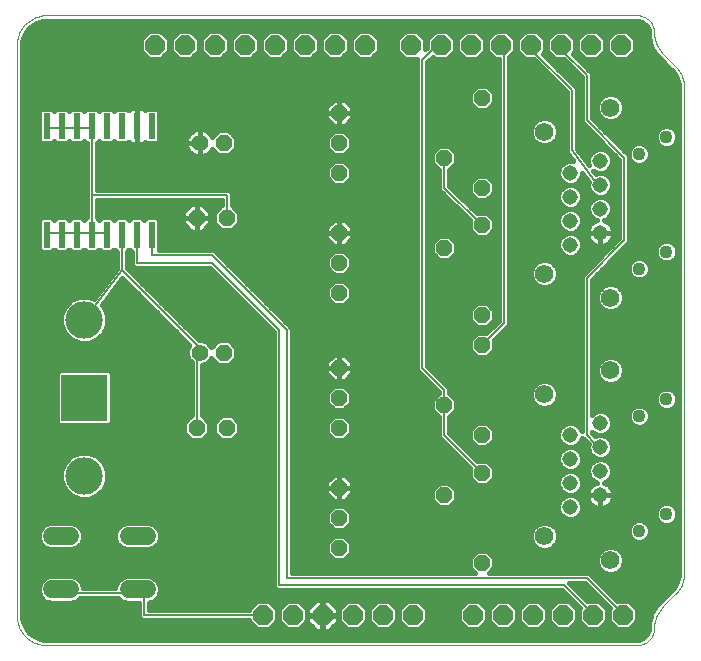
<source format=gtl>
G75*
G70*
%OFA0B0*%
%FSLAX24Y24*%
%IPPOS*%
%LPD*%
%AMOC8*
5,1,8,0,0,1.08239X$1,22.5*
%
%ADD10OC8,0.0520*%
%ADD11R,0.1560X0.1560*%
%ADD12C,0.1250*%
%ADD13R,0.0236X0.0866*%
%ADD14OC8,0.0660*%
%ADD15C,0.0000*%
%ADD16OC8,0.0560*%
%ADD17C,0.0515*%
%ADD18C,0.0436*%
%ADD19C,0.0620*%
%ADD20C,0.0560*%
%ADD21C,0.0600*%
%ADD22C,0.0060*%
%ADD23C,0.0160*%
D10*
X011687Y004187D03*
X011687Y005187D03*
X011687Y006187D03*
X011687Y008187D03*
X011687Y009187D03*
X011687Y010187D03*
X011687Y012687D03*
X011687Y013687D03*
X011687Y014687D03*
X011687Y016687D03*
X011687Y017687D03*
X011687Y018687D03*
X015187Y017187D03*
X016437Y016187D03*
X016437Y014937D03*
X015187Y014187D03*
X016437Y011937D03*
X016437Y010937D03*
X015187Y008937D03*
X016437Y007937D03*
X016437Y006687D03*
X015187Y005937D03*
X016437Y003687D03*
X016437Y019187D03*
D11*
X003187Y009187D03*
D12*
X003187Y006587D03*
X003187Y011787D03*
D13*
X002937Y014626D03*
X002437Y014626D03*
X001937Y014626D03*
X003437Y014626D03*
X003937Y014626D03*
X004437Y014626D03*
X004937Y014626D03*
X005437Y014626D03*
X005437Y018248D03*
X004937Y018248D03*
X004437Y018248D03*
X003937Y018248D03*
X003437Y018248D03*
X002937Y018248D03*
X002437Y018248D03*
X001937Y018248D03*
D14*
X005537Y020937D03*
X006537Y020937D03*
X007537Y020937D03*
X008537Y020937D03*
X009537Y020937D03*
X010537Y020937D03*
X011537Y020937D03*
X012537Y020937D03*
X014087Y020937D03*
X015087Y020937D03*
X016087Y020937D03*
X017087Y020937D03*
X018087Y020937D03*
X019087Y020937D03*
X020087Y020937D03*
X021087Y020937D03*
X021137Y001937D03*
X020137Y001937D03*
X019137Y001937D03*
X018137Y001937D03*
X017137Y001937D03*
X016137Y001937D03*
X014137Y001937D03*
X013137Y001937D03*
X012137Y001937D03*
X011137Y001937D03*
X010137Y001937D03*
X009137Y001937D03*
D15*
X001937Y000937D02*
X001877Y000939D01*
X001816Y000944D01*
X001757Y000953D01*
X001698Y000966D01*
X001639Y000982D01*
X001582Y001002D01*
X001527Y001025D01*
X001472Y001052D01*
X001420Y001081D01*
X001369Y001114D01*
X001320Y001150D01*
X001274Y001188D01*
X001230Y001230D01*
X001188Y001274D01*
X001150Y001320D01*
X001114Y001369D01*
X001081Y001420D01*
X001052Y001472D01*
X001025Y001527D01*
X001002Y001582D01*
X000982Y001639D01*
X000966Y001698D01*
X000953Y001757D01*
X000944Y001816D01*
X000939Y001877D01*
X000937Y001937D01*
X000937Y020937D01*
X000939Y020997D01*
X000944Y021058D01*
X000953Y021117D01*
X000966Y021176D01*
X000982Y021235D01*
X001002Y021292D01*
X001025Y021347D01*
X001052Y021402D01*
X001081Y021454D01*
X001114Y021505D01*
X001150Y021554D01*
X001188Y021600D01*
X001230Y021644D01*
X001274Y021686D01*
X001320Y021724D01*
X001369Y021760D01*
X001420Y021793D01*
X001472Y021822D01*
X001527Y021849D01*
X001582Y021872D01*
X001639Y021892D01*
X001698Y021908D01*
X001757Y021921D01*
X001816Y021930D01*
X001877Y021935D01*
X001937Y021937D01*
X021602Y021937D01*
X021602Y021938D02*
X021648Y021936D01*
X021694Y021931D01*
X021739Y021922D01*
X021783Y021909D01*
X021826Y021893D01*
X021868Y021874D01*
X021908Y021852D01*
X021946Y021826D01*
X021983Y021798D01*
X022016Y021766D01*
X022048Y021733D01*
X022076Y021696D01*
X022102Y021658D01*
X022124Y021618D01*
X022143Y021576D01*
X022159Y021533D01*
X022172Y021489D01*
X022181Y021444D01*
X022186Y021398D01*
X022188Y021352D01*
X022480Y020644D02*
X022894Y020230D01*
X023187Y019523D02*
X023187Y003687D01*
X023187Y003352D01*
X023187Y003437D02*
X023187Y003687D01*
X023187Y003352D02*
X023185Y003292D01*
X023180Y003231D01*
X023171Y003172D01*
X023158Y003113D01*
X023142Y003055D01*
X023122Y002997D01*
X023099Y002942D01*
X023072Y002887D01*
X023043Y002835D01*
X023010Y002784D01*
X022974Y002735D01*
X022936Y002689D01*
X022894Y002645D01*
X022894Y002644D02*
X022480Y002230D01*
X022438Y002186D01*
X022400Y002140D01*
X022364Y002091D01*
X022331Y002040D01*
X022302Y001988D01*
X022275Y001933D01*
X022252Y001878D01*
X022232Y001820D01*
X022216Y001762D01*
X022203Y001703D01*
X022194Y001644D01*
X022189Y001583D01*
X022187Y001523D01*
X022188Y001523D02*
X022186Y001477D01*
X022181Y001431D01*
X022172Y001386D01*
X022159Y001342D01*
X022143Y001299D01*
X022124Y001257D01*
X022102Y001217D01*
X022076Y001179D01*
X022048Y001142D01*
X022016Y001109D01*
X021983Y001077D01*
X021946Y001049D01*
X021908Y001023D01*
X021868Y001001D01*
X021826Y000982D01*
X021783Y000966D01*
X021739Y000953D01*
X021694Y000944D01*
X021648Y000939D01*
X021602Y000937D01*
X001937Y000937D01*
X023187Y019523D02*
X023185Y019583D01*
X023180Y019644D01*
X023171Y019703D01*
X023158Y019762D01*
X023142Y019820D01*
X023122Y019878D01*
X023099Y019933D01*
X023072Y019988D01*
X023043Y020040D01*
X023010Y020091D01*
X022974Y020140D01*
X022936Y020186D01*
X022894Y020230D01*
X022480Y020645D02*
X022438Y020689D01*
X022400Y020735D01*
X022364Y020784D01*
X022331Y020835D01*
X022302Y020887D01*
X022275Y020942D01*
X022252Y020997D01*
X022232Y021055D01*
X022216Y021113D01*
X022203Y021172D01*
X022194Y021231D01*
X022189Y021292D01*
X022187Y021352D01*
D16*
X007837Y017687D03*
X007937Y015187D03*
X006937Y015187D03*
X007837Y010687D03*
X007937Y008187D03*
X006937Y008187D03*
D17*
X019392Y007937D03*
X019392Y007137D03*
X019392Y006337D03*
X019392Y005537D03*
X020392Y005937D03*
X020392Y006737D03*
X020392Y007537D03*
X020392Y008337D03*
X019392Y014287D03*
X019392Y015087D03*
X019392Y015887D03*
X019392Y016687D03*
X020392Y016287D03*
X020392Y015487D03*
X020392Y014687D03*
X020392Y017087D03*
D18*
X021691Y017317D03*
X022597Y017884D03*
X022597Y014057D03*
X021691Y013490D03*
X022597Y009134D03*
X021691Y008567D03*
X022597Y005307D03*
X021691Y004740D03*
D19*
X020727Y003770D03*
X018522Y004575D03*
X018522Y009300D03*
X020727Y010105D03*
X020727Y012520D03*
X018522Y013325D03*
X018522Y018050D03*
X020727Y018855D03*
D20*
X007037Y017687D03*
X007037Y010687D03*
D21*
X005267Y004577D02*
X004667Y004577D01*
X004667Y002797D02*
X005267Y002797D01*
X002707Y002797D02*
X002107Y002797D01*
X002107Y004577D02*
X002707Y004577D01*
D22*
X002407Y002797D02*
X002437Y002687D01*
X004937Y002687D01*
X004967Y002797D01*
X005187Y002687D01*
X005187Y001937D01*
X009137Y001937D01*
X009687Y002937D02*
X009687Y011437D01*
X007437Y013687D01*
X004937Y013687D01*
X004937Y014626D01*
X004437Y014626D02*
X004437Y013437D01*
X006937Y010937D01*
X006937Y010687D01*
X007037Y010687D01*
X006937Y010687D02*
X006937Y008187D01*
X009937Y011437D02*
X009937Y003187D01*
X019937Y003187D01*
X020937Y002187D01*
X021137Y001937D01*
X020187Y001937D02*
X020137Y001937D01*
X020187Y001937D02*
X019187Y002937D01*
X009687Y002937D01*
X015187Y007937D02*
X015187Y008937D01*
X015187Y009437D01*
X014437Y010187D01*
X014437Y020437D01*
X014937Y020937D01*
X015087Y020937D01*
X017087Y020937D02*
X017187Y020937D01*
X017187Y011687D01*
X016437Y010937D01*
X015187Y007937D02*
X016437Y006687D01*
X019937Y007937D02*
X019937Y013187D01*
X021187Y014437D01*
X021187Y017187D01*
X019937Y018437D01*
X019937Y019937D01*
X019187Y020687D01*
X019187Y020937D01*
X019087Y020937D01*
X018187Y020937D02*
X018187Y020687D01*
X019437Y019437D01*
X019437Y017437D01*
X020187Y016437D01*
X020392Y016287D01*
X016437Y014937D02*
X015187Y016187D01*
X015187Y017187D01*
X018087Y020937D02*
X018187Y020937D01*
X007937Y015937D02*
X007937Y015187D01*
X007937Y015937D02*
X003437Y015937D01*
X003437Y018187D01*
X003437Y018248D01*
X003437Y018187D02*
X002937Y018187D01*
X002937Y018248D01*
X002937Y018187D02*
X002437Y018187D01*
X002437Y018248D01*
X002437Y018187D02*
X001937Y018187D01*
X001937Y018248D01*
X003437Y015937D02*
X003437Y014687D01*
X003437Y014626D01*
X003437Y014687D02*
X003937Y014687D01*
X003937Y014626D01*
X003437Y014687D02*
X002937Y014687D01*
X002937Y014626D01*
X002937Y014687D02*
X002437Y014687D01*
X002437Y014626D01*
X002437Y014687D02*
X001937Y014687D01*
X001937Y014626D01*
X004437Y013437D02*
X003187Y011787D01*
X005437Y013937D02*
X007437Y013937D01*
X009937Y011437D01*
X005437Y013937D02*
X005437Y014626D01*
X019937Y007937D02*
X020187Y007687D01*
X020392Y007537D01*
D23*
X001357Y001357D02*
X001207Y001565D01*
X001127Y001809D01*
X001117Y001937D01*
X001117Y002012D01*
X001117Y020937D01*
X001127Y021066D01*
X001127Y021066D01*
X001207Y021310D01*
X001357Y021517D01*
X001565Y021668D01*
X001809Y021747D01*
X001937Y021757D01*
X021602Y021757D01*
X021681Y021750D01*
X021827Y021689D01*
X021939Y021577D01*
X022000Y021431D01*
X022007Y021351D01*
X022007Y021277D01*
X022007Y021277D01*
X022007Y021196D01*
X022088Y020896D01*
X022243Y020627D01*
X022300Y020570D01*
X022714Y020156D01*
X022714Y020156D01*
X022767Y020103D01*
X022838Y020022D01*
X022945Y019837D01*
X023000Y019630D01*
X023007Y019523D01*
X023007Y003762D01*
X023007Y003351D01*
X023000Y003244D01*
X022945Y003038D01*
X022838Y002852D01*
X022767Y002772D01*
X022725Y002729D01*
X022714Y002719D01*
X022300Y002305D01*
X022300Y002305D01*
X022243Y002248D01*
X022243Y002248D01*
X022088Y001979D01*
X022088Y001979D01*
X022007Y001678D01*
X022007Y001598D01*
X022007Y001527D01*
X022007Y001523D01*
X022000Y001444D01*
X021939Y001298D01*
X021827Y001186D01*
X021681Y001125D01*
X021602Y001117D01*
X021557Y001117D01*
X021527Y001117D01*
X001937Y001117D01*
X001809Y001127D01*
X001565Y001207D01*
X001357Y001357D01*
X001317Y001413D02*
X021987Y001413D01*
X022007Y001523D02*
X022007Y001523D01*
X022007Y001571D02*
X021436Y001571D01*
X021332Y001467D02*
X021607Y001743D01*
X021607Y002132D01*
X021332Y002407D01*
X020958Y002407D01*
X020008Y003357D01*
X019867Y003357D01*
X016673Y003357D01*
X016837Y003522D01*
X016837Y003853D01*
X016603Y004087D01*
X016272Y004087D01*
X016037Y003853D01*
X016037Y003522D01*
X016202Y003357D01*
X010107Y003357D01*
X010107Y011508D01*
X010008Y011607D01*
X010008Y011607D01*
X007508Y014107D01*
X007367Y014107D01*
X005667Y014107D01*
X005695Y014135D01*
X005695Y015117D01*
X005613Y015199D01*
X005261Y015199D01*
X005187Y015125D01*
X005113Y015199D01*
X004761Y015199D01*
X004687Y015125D01*
X004613Y015199D01*
X004261Y015199D01*
X004187Y015125D01*
X004113Y015199D01*
X003761Y015199D01*
X003687Y015125D01*
X003613Y015199D01*
X003607Y015199D01*
X003607Y015767D01*
X007767Y015767D01*
X007767Y015607D01*
X007763Y015607D01*
X007517Y015361D01*
X007517Y015013D01*
X007763Y014767D01*
X008111Y014767D01*
X008357Y015013D01*
X008357Y015361D01*
X008111Y015607D01*
X008107Y015607D01*
X008107Y016008D01*
X008008Y016107D01*
X007867Y016107D01*
X003607Y016107D01*
X003607Y017675D01*
X003613Y017675D01*
X003687Y017749D01*
X003761Y017675D01*
X004113Y017675D01*
X004187Y017749D01*
X004261Y017675D01*
X004613Y017675D01*
X004663Y017725D01*
X004675Y017705D01*
X004709Y017671D01*
X004750Y017648D01*
X004795Y017635D01*
X004937Y017635D01*
X004937Y018248D01*
X004937Y018248D01*
X004937Y017635D01*
X005079Y017635D01*
X005125Y017648D01*
X005166Y017671D01*
X005199Y017705D01*
X005211Y017725D01*
X005261Y017675D01*
X005613Y017675D01*
X005695Y017757D01*
X005695Y018739D01*
X005613Y018821D01*
X005261Y018821D01*
X005211Y018771D01*
X005199Y018792D01*
X005166Y018825D01*
X005125Y018849D01*
X005079Y018861D01*
X004937Y018861D01*
X004795Y018861D01*
X004750Y018849D01*
X004709Y018825D01*
X004675Y018792D01*
X004663Y018771D01*
X004613Y018821D01*
X004261Y018821D01*
X004187Y018747D01*
X004113Y018821D01*
X003761Y018821D01*
X003687Y018747D01*
X003613Y018821D01*
X003261Y018821D01*
X003187Y018747D01*
X003113Y018821D01*
X002761Y018821D01*
X002687Y018747D01*
X002613Y018821D01*
X002261Y018821D01*
X002187Y018747D01*
X002113Y018821D01*
X001761Y018821D01*
X001679Y018739D01*
X001679Y017757D01*
X001761Y017675D01*
X002113Y017675D01*
X002187Y017749D01*
X002261Y017675D01*
X002613Y017675D01*
X002687Y017749D01*
X002761Y017675D01*
X003113Y017675D01*
X003187Y017749D01*
X003261Y017675D01*
X003267Y017675D01*
X003267Y016008D01*
X003267Y015867D01*
X003267Y015199D01*
X003261Y015199D01*
X003187Y015125D01*
X003113Y015199D01*
X002761Y015199D01*
X002687Y015125D01*
X002613Y015199D01*
X002261Y015199D01*
X002187Y015125D01*
X002113Y015199D01*
X001761Y015199D01*
X001679Y015117D01*
X001679Y014135D01*
X001761Y014053D01*
X002113Y014053D01*
X002187Y014127D01*
X002261Y014053D01*
X002613Y014053D01*
X002687Y014127D01*
X002761Y014053D01*
X003113Y014053D01*
X003187Y014127D01*
X003261Y014053D01*
X003613Y014053D01*
X003687Y014127D01*
X003761Y014053D01*
X004113Y014053D01*
X004187Y014127D01*
X004261Y014053D01*
X004267Y014053D01*
X004267Y013508D01*
X004267Y013494D01*
X003502Y012485D01*
X003339Y012552D01*
X003035Y012552D01*
X002754Y012436D01*
X002539Y012221D01*
X002422Y011939D01*
X002422Y011635D01*
X002539Y011354D01*
X002754Y011139D01*
X003035Y011022D01*
X003339Y011022D01*
X003621Y011139D01*
X003836Y011354D01*
X003952Y011635D01*
X003952Y011939D01*
X003836Y012221D01*
X003775Y012281D01*
X004455Y013179D01*
X006695Y010939D01*
X006681Y010925D01*
X006617Y010771D01*
X006617Y010604D01*
X006681Y010449D01*
X006767Y010363D01*
X006767Y008607D01*
X006763Y008607D01*
X006517Y008361D01*
X006517Y008013D01*
X006763Y007767D01*
X007111Y007767D01*
X007357Y008013D01*
X007357Y008361D01*
X007111Y008607D01*
X007107Y008607D01*
X007107Y010267D01*
X007121Y010267D01*
X007275Y010331D01*
X007393Y010449D01*
X007419Y010512D01*
X007663Y010267D01*
X008011Y010267D01*
X008257Y010513D01*
X008257Y010861D01*
X008011Y011107D01*
X007663Y011107D01*
X007419Y010863D01*
X007393Y010925D01*
X007275Y011043D01*
X007121Y011107D01*
X007008Y011107D01*
X004607Y013508D01*
X004607Y014053D01*
X004613Y014053D01*
X004687Y014127D01*
X004761Y014053D01*
X004767Y014053D01*
X004767Y013758D01*
X004767Y013617D01*
X004867Y013517D01*
X007367Y013517D01*
X009517Y011367D01*
X009517Y002867D01*
X009617Y002767D01*
X009758Y002767D01*
X019117Y002767D01*
X019710Y002174D01*
X019667Y002132D01*
X019667Y001743D01*
X019943Y001467D01*
X020332Y001467D01*
X020607Y001743D01*
X020607Y002132D01*
X020332Y002407D01*
X019958Y002407D01*
X019348Y003017D01*
X019867Y003017D01*
X020710Y002174D01*
X020667Y002132D01*
X020667Y001743D01*
X020943Y001467D01*
X021332Y001467D01*
X021595Y001730D02*
X022021Y001730D01*
X022007Y001678D02*
X022007Y001678D01*
X022007Y001598D02*
X022007Y001598D01*
X022064Y001889D02*
X021607Y001889D01*
X021607Y002047D02*
X022127Y002047D01*
X022219Y002206D02*
X021534Y002206D01*
X021375Y002364D02*
X022360Y002364D01*
X022518Y002523D02*
X020842Y002523D01*
X020684Y002681D02*
X022677Y002681D01*
X022827Y002840D02*
X020525Y002840D01*
X020367Y002998D02*
X022922Y002998D01*
X022977Y003157D02*
X020208Y003157D01*
X020050Y003315D02*
X023005Y003315D01*
X023007Y003474D02*
X021067Y003474D01*
X021108Y003515D02*
X021177Y003680D01*
X021177Y003860D01*
X021108Y004025D01*
X020982Y004151D01*
X020816Y004220D01*
X020637Y004220D01*
X020472Y004151D01*
X020345Y004025D01*
X020277Y003860D01*
X020277Y003680D01*
X020345Y003515D01*
X020472Y003388D01*
X020637Y003320D01*
X020816Y003320D01*
X020982Y003388D01*
X021108Y003515D01*
X021157Y003633D02*
X023007Y003633D01*
X023007Y003791D02*
X021177Y003791D01*
X021139Y003950D02*
X023007Y003950D01*
X023007Y004108D02*
X021025Y004108D01*
X021388Y004538D02*
X021488Y004437D01*
X021620Y004382D01*
X021762Y004382D01*
X021894Y004437D01*
X021995Y004538D01*
X022049Y004669D01*
X022049Y004812D01*
X021995Y004943D01*
X021894Y005044D01*
X021762Y005099D01*
X021620Y005099D01*
X021488Y005044D01*
X021388Y004943D01*
X021333Y004812D01*
X021333Y004669D01*
X021388Y004538D01*
X021369Y004584D02*
X018972Y004584D01*
X018972Y004665D02*
X018903Y004830D01*
X018777Y004957D01*
X018611Y005025D01*
X018432Y005025D01*
X018267Y004957D01*
X018140Y004830D01*
X018072Y004665D01*
X018072Y004486D01*
X018140Y004320D01*
X018267Y004194D01*
X018432Y004125D01*
X018611Y004125D01*
X018777Y004194D01*
X018903Y004320D01*
X018972Y004486D01*
X018972Y004665D01*
X018940Y004742D02*
X021333Y004742D01*
X021370Y004901D02*
X018833Y004901D01*
X019167Y005200D02*
X019313Y005140D01*
X019471Y005140D01*
X019617Y005200D01*
X019729Y005312D01*
X019789Y005458D01*
X019789Y005616D01*
X019729Y005762D01*
X019617Y005874D01*
X019471Y005935D01*
X019313Y005935D01*
X019167Y005874D01*
X019055Y005762D01*
X018995Y005616D01*
X018995Y005458D01*
X019055Y005312D01*
X019167Y005200D01*
X019149Y005218D02*
X012087Y005218D01*
X012087Y005353D02*
X011853Y005587D01*
X011522Y005587D01*
X011287Y005353D01*
X011287Y005022D01*
X011522Y004787D01*
X011853Y004787D01*
X012087Y005022D01*
X012087Y005353D01*
X012064Y005377D02*
X019028Y005377D01*
X018995Y005535D02*
X011905Y005535D01*
X011870Y005747D02*
X011687Y005747D01*
X011687Y006187D01*
X011247Y006187D01*
X011247Y006005D01*
X011505Y005747D01*
X011687Y005747D01*
X011687Y006187D01*
X011687Y006187D01*
X011687Y006187D01*
X011247Y006187D01*
X011247Y006370D01*
X011505Y006627D01*
X011687Y006627D01*
X011687Y006188D01*
X011687Y006188D01*
X011687Y006627D01*
X011870Y006627D01*
X012127Y006370D01*
X012127Y006187D01*
X011688Y006187D01*
X011688Y006187D01*
X012127Y006187D01*
X012127Y006005D01*
X011870Y005747D01*
X011974Y005852D02*
X014787Y005852D01*
X014787Y005772D02*
X015022Y005537D01*
X015353Y005537D01*
X015587Y005772D01*
X015587Y006103D01*
X015353Y006337D01*
X015022Y006337D01*
X014787Y006103D01*
X014787Y005772D01*
X014865Y005694D02*
X010107Y005694D01*
X010107Y005852D02*
X011400Y005852D01*
X011247Y006011D02*
X010107Y006011D01*
X010107Y006169D02*
X011247Y006169D01*
X011247Y006328D02*
X010107Y006328D01*
X010107Y006486D02*
X011364Y006486D01*
X011687Y006486D02*
X011687Y006486D01*
X011687Y006328D02*
X011687Y006328D01*
X011687Y006169D02*
X011687Y006169D01*
X011687Y006011D02*
X011687Y006011D01*
X011687Y005852D02*
X011687Y005852D01*
X011469Y005535D02*
X010107Y005535D01*
X010107Y005377D02*
X011311Y005377D01*
X011287Y005218D02*
X010107Y005218D01*
X010107Y005059D02*
X011287Y005059D01*
X011408Y004901D02*
X010107Y004901D01*
X010107Y004742D02*
X018104Y004742D01*
X018072Y004584D02*
X011856Y004584D01*
X011853Y004587D02*
X011522Y004587D01*
X011287Y004353D01*
X011287Y004022D01*
X011522Y003787D01*
X011853Y003787D01*
X012087Y004022D01*
X012087Y004353D01*
X011853Y004587D01*
X012015Y004425D02*
X018097Y004425D01*
X018194Y004267D02*
X012087Y004267D01*
X012087Y004108D02*
X020428Y004108D01*
X020314Y003950D02*
X016741Y003950D01*
X016837Y003791D02*
X020277Y003791D01*
X020296Y003633D02*
X016837Y003633D01*
X016790Y003474D02*
X020386Y003474D01*
X019886Y002998D02*
X019367Y002998D01*
X019525Y002840D02*
X020044Y002840D01*
X020203Y002681D02*
X019684Y002681D01*
X019842Y002523D02*
X020361Y002523D01*
X020375Y002364D02*
X020520Y002364D01*
X020534Y002206D02*
X020679Y002206D01*
X020667Y002047D02*
X020607Y002047D01*
X020607Y001889D02*
X020667Y001889D01*
X020680Y001730D02*
X020595Y001730D01*
X020436Y001571D02*
X020838Y001571D01*
X019838Y001571D02*
X019436Y001571D01*
X019332Y001467D02*
X019607Y001743D01*
X019607Y002132D01*
X019332Y002407D01*
X018943Y002407D01*
X018667Y002132D01*
X018667Y001743D01*
X018943Y001467D01*
X019332Y001467D01*
X019595Y001730D02*
X019680Y001730D01*
X019667Y001889D02*
X019607Y001889D01*
X019607Y002047D02*
X019667Y002047D01*
X019679Y002206D02*
X019534Y002206D01*
X019520Y002364D02*
X019375Y002364D01*
X019361Y002523D02*
X005615Y002523D01*
X005640Y002548D02*
X005707Y002710D01*
X005707Y002885D01*
X005640Y003047D01*
X005517Y003170D01*
X005355Y003237D01*
X004580Y003237D01*
X004418Y003170D01*
X004294Y003047D01*
X004227Y002885D01*
X004227Y002857D01*
X003147Y002857D01*
X003147Y002885D01*
X003080Y003047D01*
X002957Y003170D01*
X002795Y003237D01*
X002020Y003237D01*
X001858Y003170D01*
X001734Y003047D01*
X001667Y002885D01*
X001667Y002710D01*
X001734Y002548D01*
X001858Y002424D01*
X002020Y002357D01*
X002795Y002357D01*
X002957Y002424D01*
X003050Y002517D01*
X004325Y002517D01*
X004418Y002424D01*
X004580Y002357D01*
X005017Y002357D01*
X005017Y001867D01*
X005117Y001767D01*
X005258Y001767D01*
X008667Y001767D01*
X008667Y001743D01*
X008943Y001467D01*
X009332Y001467D01*
X009607Y001743D01*
X009607Y002132D01*
X009332Y002407D01*
X008943Y002407D01*
X008667Y002132D01*
X008667Y002107D01*
X005357Y002107D01*
X005357Y002358D01*
X005517Y002424D01*
X005640Y002548D01*
X005695Y002681D02*
X019203Y002681D01*
X018900Y002364D02*
X018375Y002364D01*
X018332Y002407D02*
X017943Y002407D01*
X017667Y002132D01*
X017667Y001743D01*
X017943Y001467D01*
X018332Y001467D01*
X018607Y001743D01*
X018607Y002132D01*
X018332Y002407D01*
X018534Y002206D02*
X018741Y002206D01*
X018667Y002047D02*
X018607Y002047D01*
X018607Y001889D02*
X018667Y001889D01*
X018680Y001730D02*
X018595Y001730D01*
X018436Y001571D02*
X018838Y001571D01*
X017838Y001571D02*
X017436Y001571D01*
X017332Y001467D02*
X017607Y001743D01*
X017607Y002132D01*
X017332Y002407D01*
X016943Y002407D01*
X016667Y002132D01*
X016667Y001743D01*
X016943Y001467D01*
X017332Y001467D01*
X017595Y001730D02*
X017680Y001730D01*
X017667Y001889D02*
X017607Y001889D01*
X017607Y002047D02*
X017667Y002047D01*
X017741Y002206D02*
X017534Y002206D01*
X017375Y002364D02*
X017900Y002364D01*
X016900Y002364D02*
X016375Y002364D01*
X016332Y002407D02*
X015943Y002407D01*
X015667Y002132D01*
X015667Y001743D01*
X015943Y001467D01*
X016332Y001467D01*
X016607Y001743D01*
X016607Y002132D01*
X016332Y002407D01*
X016534Y002206D02*
X016741Y002206D01*
X016667Y002047D02*
X016607Y002047D01*
X016607Y001889D02*
X016667Y001889D01*
X016680Y001730D02*
X016595Y001730D01*
X016436Y001571D02*
X016838Y001571D01*
X015900Y002364D02*
X014375Y002364D01*
X014332Y002407D02*
X013943Y002407D01*
X013667Y002132D01*
X013667Y001743D01*
X013943Y001467D01*
X014332Y001467D01*
X014607Y001743D01*
X014607Y002132D01*
X014332Y002407D01*
X014534Y002206D02*
X015741Y002206D01*
X015667Y002047D02*
X014607Y002047D01*
X014607Y001889D02*
X015667Y001889D01*
X015680Y001730D02*
X014595Y001730D01*
X014436Y001571D02*
X015838Y001571D01*
X013900Y002364D02*
X013375Y002364D01*
X013332Y002407D02*
X012943Y002407D01*
X012667Y002132D01*
X012667Y001743D01*
X012943Y001467D01*
X013332Y001467D01*
X013607Y001743D01*
X013607Y002132D01*
X013332Y002407D01*
X013534Y002206D02*
X013741Y002206D01*
X013667Y002047D02*
X013607Y002047D01*
X013607Y001889D02*
X013667Y001889D01*
X013680Y001730D02*
X013595Y001730D01*
X013436Y001571D02*
X013838Y001571D01*
X012838Y001571D02*
X012436Y001571D01*
X012332Y001467D02*
X012607Y001743D01*
X012607Y002132D01*
X012332Y002407D01*
X011943Y002407D01*
X011667Y002132D01*
X011667Y001743D01*
X011943Y001467D01*
X012332Y001467D01*
X012595Y001730D02*
X012680Y001730D01*
X012667Y001889D02*
X012607Y001889D01*
X012607Y002047D02*
X012667Y002047D01*
X012741Y002206D02*
X012534Y002206D01*
X012375Y002364D02*
X012900Y002364D01*
X011900Y002364D02*
X011432Y002364D01*
X011349Y002447D02*
X011156Y002447D01*
X011156Y001956D01*
X011647Y001956D01*
X011647Y002149D01*
X011349Y002447D01*
X011156Y002364D02*
X011119Y002364D01*
X011119Y002447D02*
X010926Y002447D01*
X010627Y002149D01*
X010627Y001956D01*
X011119Y001956D01*
X011119Y002447D01*
X011119Y002206D02*
X011156Y002206D01*
X011156Y002047D02*
X011119Y002047D01*
X011119Y001956D02*
X011156Y001956D01*
X011156Y001919D01*
X011647Y001919D01*
X011647Y001726D01*
X011349Y001427D01*
X011156Y001427D01*
X011156Y001919D01*
X011119Y001919D01*
X011119Y001427D01*
X010926Y001427D01*
X010627Y001726D01*
X010627Y001919D01*
X011119Y001919D01*
X011119Y001956D01*
X011119Y001889D02*
X011156Y001889D01*
X011156Y001730D02*
X011119Y001730D01*
X011119Y001571D02*
X011156Y001571D01*
X010782Y001571D02*
X010436Y001571D01*
X010332Y001467D02*
X010607Y001743D01*
X010607Y002132D01*
X010332Y002407D01*
X009943Y002407D01*
X009667Y002132D01*
X009667Y001743D01*
X009943Y001467D01*
X010332Y001467D01*
X010595Y001730D02*
X010627Y001730D01*
X010627Y001889D02*
X010607Y001889D01*
X010607Y002047D02*
X010627Y002047D01*
X010684Y002206D02*
X010534Y002206D01*
X010375Y002364D02*
X010843Y002364D01*
X011590Y002206D02*
X011741Y002206D01*
X011667Y002047D02*
X011647Y002047D01*
X011647Y001889D02*
X011667Y001889D01*
X011680Y001730D02*
X011647Y001730D01*
X011493Y001571D02*
X011838Y001571D01*
X009838Y001571D02*
X009436Y001571D01*
X009595Y001730D02*
X009680Y001730D01*
X009667Y001889D02*
X009607Y001889D01*
X009607Y002047D02*
X009667Y002047D01*
X009741Y002206D02*
X009534Y002206D01*
X009375Y002364D02*
X009900Y002364D01*
X009544Y002840D02*
X005707Y002840D01*
X005660Y002998D02*
X009517Y002998D01*
X009517Y003157D02*
X005530Y003157D01*
X005371Y002364D02*
X008900Y002364D01*
X008741Y002206D02*
X005357Y002206D01*
X005017Y002206D02*
X001117Y002206D01*
X001117Y002364D02*
X002003Y002364D01*
X001760Y002523D02*
X001117Y002523D01*
X001117Y002681D02*
X001679Y002681D01*
X001667Y002840D02*
X001117Y002840D01*
X001117Y002998D02*
X001714Y002998D01*
X001845Y003157D02*
X001117Y003157D01*
X001117Y003315D02*
X009517Y003315D01*
X009517Y003474D02*
X001117Y003474D01*
X001117Y003633D02*
X009517Y003633D01*
X009517Y003791D02*
X001117Y003791D01*
X001117Y003950D02*
X009517Y003950D01*
X009517Y004108D02*
X001117Y004108D01*
X001117Y004267D02*
X001796Y004267D01*
X001734Y004328D02*
X001858Y004204D01*
X002020Y004137D01*
X002795Y004137D01*
X002957Y004204D01*
X003080Y004328D01*
X003147Y004490D01*
X003147Y004665D01*
X003080Y004827D01*
X002957Y004950D01*
X002795Y005017D01*
X002020Y005017D01*
X001858Y004950D01*
X001734Y004827D01*
X001667Y004665D01*
X001667Y004490D01*
X001734Y004328D01*
X001694Y004425D02*
X001117Y004425D01*
X001117Y004584D02*
X001667Y004584D01*
X001699Y004742D02*
X001117Y004742D01*
X001117Y004901D02*
X001809Y004901D01*
X001117Y005059D02*
X009517Y005059D01*
X009517Y004901D02*
X005566Y004901D01*
X005517Y004950D02*
X005355Y005017D01*
X004580Y005017D01*
X004418Y004950D01*
X004294Y004827D01*
X004227Y004665D01*
X004227Y004490D01*
X004294Y004328D01*
X004418Y004204D01*
X004580Y004137D01*
X005355Y004137D01*
X005517Y004204D01*
X005640Y004328D01*
X005707Y004490D01*
X005707Y004665D01*
X005640Y004827D01*
X005517Y004950D01*
X005675Y004742D02*
X009517Y004742D01*
X009517Y004584D02*
X005707Y004584D01*
X005681Y004425D02*
X009517Y004425D01*
X009517Y004267D02*
X005579Y004267D01*
X004356Y004267D02*
X003019Y004267D01*
X003121Y004425D02*
X004254Y004425D01*
X004227Y004584D02*
X003147Y004584D01*
X003115Y004742D02*
X004259Y004742D01*
X004369Y004901D02*
X003006Y004901D01*
X003035Y005822D02*
X003339Y005822D01*
X003621Y005939D01*
X003836Y006154D01*
X003952Y006435D01*
X003952Y006739D01*
X003836Y007021D01*
X003621Y007236D01*
X003339Y007352D01*
X003035Y007352D01*
X002754Y007236D01*
X002539Y007021D01*
X002422Y006739D01*
X002422Y006435D01*
X002539Y006154D01*
X002754Y005939D01*
X003035Y005822D01*
X002963Y005852D02*
X001117Y005852D01*
X001117Y005694D02*
X009517Y005694D01*
X009517Y005852D02*
X003411Y005852D01*
X003693Y006011D02*
X009517Y006011D01*
X009517Y006169D02*
X003842Y006169D01*
X003908Y006328D02*
X009517Y006328D01*
X009517Y006486D02*
X003952Y006486D01*
X003952Y006645D02*
X009517Y006645D01*
X009517Y006803D02*
X003926Y006803D01*
X003860Y006962D02*
X009517Y006962D01*
X009517Y007121D02*
X003736Y007121D01*
X003516Y007279D02*
X009517Y007279D01*
X009517Y007438D02*
X001117Y007438D01*
X001117Y007596D02*
X009517Y007596D01*
X009517Y007755D02*
X001117Y007755D01*
X001117Y007913D02*
X006617Y007913D01*
X006517Y008072D02*
X001117Y008072D01*
X001117Y008230D02*
X006517Y008230D01*
X006545Y008389D02*
X004107Y008389D01*
X004107Y008349D02*
X004107Y010025D01*
X004025Y010107D01*
X002349Y010107D01*
X002267Y010025D01*
X002267Y008349D01*
X002349Y008267D01*
X004025Y008267D01*
X004107Y008349D01*
X004107Y008547D02*
X006703Y008547D01*
X006767Y008706D02*
X004107Y008706D01*
X004107Y008864D02*
X006767Y008864D01*
X006767Y009023D02*
X004107Y009023D01*
X004107Y009182D02*
X006767Y009182D01*
X006767Y009340D02*
X004107Y009340D01*
X004107Y009499D02*
X006767Y009499D01*
X006767Y009657D02*
X004107Y009657D01*
X004107Y009816D02*
X006767Y009816D01*
X006767Y009974D02*
X004107Y009974D01*
X003489Y011084D02*
X006550Y011084D01*
X006682Y010926D02*
X001117Y010926D01*
X001117Y011084D02*
X002886Y011084D01*
X002650Y011243D02*
X001117Y011243D01*
X001117Y011401D02*
X002519Y011401D01*
X002454Y011560D02*
X001117Y011560D01*
X001117Y011718D02*
X002422Y011718D01*
X002422Y011877D02*
X001117Y011877D01*
X001117Y012035D02*
X002462Y012035D01*
X002528Y012194D02*
X001117Y012194D01*
X001117Y012352D02*
X002671Y012352D01*
X002935Y012511D02*
X001117Y012511D01*
X001117Y012670D02*
X003642Y012670D01*
X003763Y012828D02*
X001117Y012828D01*
X001117Y012987D02*
X003883Y012987D01*
X004003Y013145D02*
X001117Y013145D01*
X001117Y013304D02*
X004123Y013304D01*
X004243Y013462D02*
X001117Y013462D01*
X001117Y013621D02*
X004267Y013621D01*
X004267Y013779D02*
X001117Y013779D01*
X001117Y013938D02*
X004267Y013938D01*
X004218Y014096D02*
X004157Y014096D01*
X004607Y013938D02*
X004767Y013938D01*
X004767Y013779D02*
X004607Y013779D01*
X004607Y013621D02*
X004767Y013621D01*
X004653Y013462D02*
X007422Y013462D01*
X007581Y013304D02*
X004811Y013304D01*
X004970Y013145D02*
X007739Y013145D01*
X007898Y012987D02*
X005128Y012987D01*
X005287Y012828D02*
X008056Y012828D01*
X008215Y012670D02*
X005445Y012670D01*
X005604Y012511D02*
X008373Y012511D01*
X008532Y012352D02*
X005763Y012352D01*
X005921Y012194D02*
X008690Y012194D01*
X008849Y012035D02*
X006080Y012035D01*
X006238Y011877D02*
X009007Y011877D01*
X009166Y011718D02*
X006397Y011718D01*
X006555Y011560D02*
X009324Y011560D01*
X009483Y011401D02*
X006714Y011401D01*
X006872Y011243D02*
X009517Y011243D01*
X009517Y011084D02*
X008034Y011084D01*
X008193Y010926D02*
X009517Y010926D01*
X009517Y010767D02*
X008257Y010767D01*
X008257Y010608D02*
X009517Y010608D01*
X009517Y010450D02*
X008194Y010450D01*
X008035Y010291D02*
X009517Y010291D01*
X009517Y010133D02*
X007107Y010133D01*
X007107Y009974D02*
X009517Y009974D01*
X009517Y009816D02*
X007107Y009816D01*
X007107Y009657D02*
X009517Y009657D01*
X009517Y009499D02*
X007107Y009499D01*
X007107Y009340D02*
X009517Y009340D01*
X009517Y009182D02*
X007107Y009182D01*
X007107Y009023D02*
X009517Y009023D01*
X009517Y008864D02*
X007107Y008864D01*
X007107Y008706D02*
X009517Y008706D01*
X009517Y008547D02*
X008171Y008547D01*
X008111Y008607D02*
X007763Y008607D01*
X007517Y008361D01*
X007517Y008013D01*
X007763Y007767D01*
X008111Y007767D01*
X008357Y008013D01*
X008357Y008361D01*
X008111Y008607D01*
X008330Y008389D02*
X009517Y008389D01*
X009517Y008230D02*
X008357Y008230D01*
X008357Y008072D02*
X009517Y008072D01*
X009517Y007913D02*
X008257Y007913D01*
X007617Y007913D02*
X007257Y007913D01*
X007357Y008072D02*
X007517Y008072D01*
X007517Y008230D02*
X007357Y008230D01*
X007330Y008389D02*
X007545Y008389D01*
X007703Y008547D02*
X007171Y008547D01*
X006767Y010133D02*
X001117Y010133D01*
X001117Y010291D02*
X006767Y010291D01*
X006681Y010450D02*
X001117Y010450D01*
X001117Y010608D02*
X006617Y010608D01*
X006617Y010767D02*
X001117Y010767D01*
X001117Y009974D02*
X002267Y009974D01*
X002267Y009816D02*
X001117Y009816D01*
X001117Y009657D02*
X002267Y009657D01*
X002267Y009499D02*
X001117Y009499D01*
X001117Y009340D02*
X002267Y009340D01*
X002267Y009182D02*
X001117Y009182D01*
X001117Y009023D02*
X002267Y009023D01*
X002267Y008864D02*
X001117Y008864D01*
X001117Y008706D02*
X002267Y008706D01*
X002267Y008547D02*
X001117Y008547D01*
X001117Y008389D02*
X002267Y008389D01*
X002858Y007279D02*
X001117Y007279D01*
X001117Y007121D02*
X002639Y007121D01*
X002514Y006962D02*
X001117Y006962D01*
X001117Y006803D02*
X002449Y006803D01*
X002422Y006645D02*
X001117Y006645D01*
X001117Y006486D02*
X002422Y006486D01*
X002467Y006328D02*
X001117Y006328D01*
X001117Y006169D02*
X002532Y006169D01*
X002682Y006011D02*
X001117Y006011D01*
X001117Y005535D02*
X009517Y005535D01*
X009517Y005377D02*
X001117Y005377D01*
X001117Y005218D02*
X009517Y005218D01*
X010107Y004584D02*
X011518Y004584D01*
X011360Y004425D02*
X010107Y004425D01*
X010107Y004267D02*
X011287Y004267D01*
X011287Y004108D02*
X010107Y004108D01*
X010107Y003950D02*
X011359Y003950D01*
X011518Y003791D02*
X010107Y003791D01*
X010107Y003633D02*
X016037Y003633D01*
X016037Y003791D02*
X011857Y003791D01*
X012015Y003950D02*
X016134Y003950D01*
X016085Y003474D02*
X010107Y003474D01*
X008680Y001730D02*
X001153Y001730D01*
X001121Y001889D02*
X005017Y001889D01*
X005017Y002047D02*
X001117Y002047D01*
X001205Y001571D02*
X008838Y001571D01*
X011967Y004901D02*
X018211Y004901D01*
X018947Y004425D02*
X021516Y004425D01*
X021866Y004425D02*
X023007Y004425D01*
X023007Y004267D02*
X018850Y004267D01*
X019635Y005218D02*
X022246Y005218D01*
X022239Y005236D02*
X022293Y005105D01*
X022394Y005004D01*
X022526Y004949D01*
X022668Y004949D01*
X022800Y005004D01*
X022900Y005105D01*
X022955Y005236D01*
X022955Y005379D01*
X022900Y005510D01*
X022800Y005611D01*
X022668Y005665D01*
X022526Y005665D01*
X022394Y005611D01*
X022293Y005510D01*
X022239Y005379D01*
X022239Y005236D01*
X022239Y005377D02*
X019756Y005377D01*
X019789Y005535D02*
X020218Y005535D01*
X020224Y005532D02*
X020290Y005511D01*
X020358Y005500D01*
X020392Y005500D01*
X020426Y005500D01*
X020494Y005511D01*
X020560Y005532D01*
X020621Y005563D01*
X020677Y005604D01*
X020726Y005652D01*
X020766Y005708D01*
X020797Y005769D01*
X020819Y005835D01*
X020829Y005903D01*
X020829Y005937D01*
X020392Y005937D01*
X020392Y005500D01*
X020392Y005937D01*
X020392Y005937D01*
X019955Y005937D01*
X019955Y005903D01*
X019965Y005835D01*
X019987Y005769D01*
X020018Y005708D01*
X020058Y005652D01*
X020107Y005604D01*
X020163Y005563D01*
X020224Y005532D01*
X020392Y005535D02*
X020392Y005535D01*
X020392Y005694D02*
X020392Y005694D01*
X020392Y005852D02*
X020392Y005852D01*
X020392Y005937D02*
X020392Y005937D01*
X020392Y005937D01*
X019955Y005937D01*
X019955Y005972D01*
X019965Y006040D01*
X019987Y006105D01*
X020018Y006167D01*
X020058Y006222D01*
X020107Y006271D01*
X020163Y006311D01*
X020224Y006343D01*
X020270Y006358D01*
X020167Y006400D01*
X020055Y006512D01*
X019995Y006658D01*
X019995Y006816D01*
X020055Y006962D01*
X019750Y006962D01*
X019729Y006912D02*
X019789Y007058D01*
X019789Y007216D01*
X019729Y007362D01*
X019617Y007474D01*
X019471Y007535D01*
X019313Y007535D01*
X019167Y007474D01*
X019055Y007362D01*
X018995Y007216D01*
X018995Y007058D01*
X019055Y006912D01*
X019167Y006800D01*
X019313Y006740D01*
X019471Y006740D01*
X019617Y006800D01*
X019729Y006912D01*
X019620Y006803D02*
X019995Y006803D01*
X020000Y006645D02*
X019647Y006645D01*
X019617Y006674D02*
X019471Y006735D01*
X019313Y006735D01*
X019167Y006674D01*
X019055Y006562D01*
X018995Y006416D01*
X018995Y006258D01*
X019055Y006112D01*
X019167Y006000D01*
X019313Y005940D01*
X019471Y005940D01*
X019617Y006000D01*
X019729Y006112D01*
X019789Y006258D01*
X019789Y006416D01*
X019729Y006562D01*
X019617Y006674D01*
X019761Y006486D02*
X020081Y006486D01*
X020195Y006328D02*
X019789Y006328D01*
X019753Y006169D02*
X020020Y006169D01*
X019961Y006011D02*
X019628Y006011D01*
X019639Y005852D02*
X019963Y005852D01*
X020028Y005694D02*
X019758Y005694D01*
X020392Y005937D02*
X020829Y005937D01*
X020829Y005972D01*
X020819Y006040D01*
X020797Y006105D01*
X020766Y006167D01*
X020726Y006222D01*
X020677Y006271D01*
X020621Y006311D01*
X020560Y006343D01*
X020514Y006358D01*
X020617Y006400D01*
X020729Y006512D01*
X020789Y006658D01*
X020789Y006816D01*
X020729Y006962D01*
X023007Y006962D01*
X023007Y007121D02*
X020506Y007121D01*
X020471Y007135D02*
X020313Y007135D01*
X020167Y007074D01*
X020055Y006962D01*
X020167Y007200D02*
X020313Y007140D01*
X020471Y007140D01*
X020617Y007200D01*
X020729Y007312D01*
X020789Y007458D01*
X020789Y007616D01*
X020729Y007762D01*
X020617Y007874D01*
X020471Y007935D01*
X020313Y007935D01*
X020219Y007896D01*
X020107Y008008D01*
X020107Y008060D01*
X020167Y008000D01*
X020313Y007940D01*
X020471Y007940D01*
X020617Y008000D01*
X020729Y008112D01*
X020789Y008258D01*
X020789Y008416D01*
X020729Y008562D01*
X020617Y008674D01*
X020471Y008735D01*
X020313Y008735D01*
X020167Y008674D01*
X020107Y008615D01*
X020107Y013117D01*
X021258Y014267D01*
X021357Y014367D01*
X021357Y017117D01*
X021357Y017188D01*
X021388Y017114D01*
X021488Y017014D01*
X021620Y016959D01*
X021762Y016959D01*
X021894Y017014D01*
X021995Y017114D01*
X022049Y017246D01*
X022049Y017388D01*
X021995Y017520D01*
X021894Y017621D01*
X021762Y017675D01*
X021620Y017675D01*
X021488Y017621D01*
X021388Y017520D01*
X021333Y017388D01*
X021333Y017282D01*
X020107Y018508D01*
X020107Y019867D01*
X020107Y020008D01*
X019465Y020650D01*
X019557Y020743D01*
X019557Y021132D01*
X019282Y021407D01*
X018893Y021407D01*
X018617Y021132D01*
X018617Y020743D01*
X018893Y020467D01*
X019167Y020467D01*
X019767Y019867D01*
X019767Y018367D01*
X019867Y018267D01*
X021017Y017117D01*
X021017Y014508D01*
X019767Y013258D01*
X019767Y013117D01*
X019767Y008070D01*
X019729Y008162D01*
X019617Y008274D01*
X019471Y008335D01*
X019313Y008335D01*
X019167Y008274D01*
X019055Y008162D01*
X018995Y008016D01*
X018995Y007858D01*
X019055Y007712D01*
X019167Y007600D01*
X019313Y007540D01*
X019471Y007540D01*
X019617Y007600D01*
X019729Y007712D01*
X019786Y007849D01*
X019867Y007767D01*
X020001Y007633D01*
X019995Y007616D01*
X019995Y007458D01*
X020055Y007312D01*
X020167Y007200D01*
X020088Y007279D02*
X019764Y007279D01*
X019789Y007121D02*
X020279Y007121D01*
X020471Y007135D02*
X020617Y007074D01*
X020729Y006962D01*
X020789Y006803D02*
X023007Y006803D01*
X023007Y006645D02*
X020784Y006645D01*
X020703Y006486D02*
X023007Y006486D01*
X023007Y006328D02*
X020589Y006328D01*
X020764Y006169D02*
X023007Y006169D01*
X023007Y006011D02*
X020823Y006011D01*
X020821Y005852D02*
X023007Y005852D01*
X023007Y005694D02*
X020756Y005694D01*
X020566Y005535D02*
X022318Y005535D01*
X022338Y005059D02*
X021857Y005059D01*
X022012Y004901D02*
X023007Y004901D01*
X023007Y005059D02*
X022855Y005059D01*
X022947Y005218D02*
X023007Y005218D01*
X023007Y005377D02*
X022955Y005377D01*
X023007Y005535D02*
X022875Y005535D01*
X023007Y004742D02*
X022049Y004742D01*
X022014Y004584D02*
X023007Y004584D01*
X021526Y005059D02*
X012087Y005059D01*
X012127Y006011D02*
X014787Y006011D01*
X014854Y006169D02*
X012127Y006169D01*
X012127Y006328D02*
X015012Y006328D01*
X015362Y006328D02*
X016231Y006328D01*
X016272Y006287D02*
X016603Y006287D01*
X016837Y006522D01*
X016837Y006853D01*
X016603Y007087D01*
X016278Y007087D01*
X015357Y008008D01*
X015357Y008542D01*
X015587Y008772D01*
X015587Y009103D01*
X015357Y009333D01*
X015357Y009508D01*
X015258Y009607D01*
X014607Y010258D01*
X014607Y020367D01*
X014800Y020560D01*
X014893Y020467D01*
X015282Y020467D01*
X015557Y020743D01*
X015557Y021132D01*
X015282Y021407D01*
X014893Y021407D01*
X014617Y021132D01*
X014617Y020858D01*
X014557Y020798D01*
X014557Y021132D01*
X014282Y021407D01*
X013893Y021407D01*
X013617Y021132D01*
X013617Y020743D01*
X013893Y020467D01*
X014267Y020467D01*
X014267Y010258D01*
X014267Y010117D01*
X015017Y009367D01*
X015017Y009333D01*
X014787Y009103D01*
X014787Y008772D01*
X015017Y008542D01*
X015017Y007867D01*
X015117Y007767D01*
X016037Y006847D01*
X016037Y006522D01*
X016272Y006287D01*
X016073Y006486D02*
X012010Y006486D01*
X011853Y007787D02*
X011522Y007787D01*
X011287Y008022D01*
X011287Y008353D01*
X011522Y008587D01*
X011853Y008587D01*
X012087Y008353D01*
X012087Y008022D01*
X011853Y007787D01*
X011979Y007913D02*
X015017Y007913D01*
X015017Y008072D02*
X012087Y008072D01*
X012087Y008230D02*
X015017Y008230D01*
X015017Y008389D02*
X012051Y008389D01*
X011893Y008547D02*
X015012Y008547D01*
X014853Y008706D02*
X010107Y008706D01*
X010107Y008864D02*
X011444Y008864D01*
X011522Y008787D02*
X011287Y009022D01*
X011287Y009353D01*
X011522Y009587D01*
X011853Y009587D01*
X012087Y009353D01*
X012087Y009022D01*
X011853Y008787D01*
X011522Y008787D01*
X011482Y008547D02*
X010107Y008547D01*
X010107Y008389D02*
X011323Y008389D01*
X011287Y008230D02*
X010107Y008230D01*
X010107Y008072D02*
X011287Y008072D01*
X011396Y007913D02*
X010107Y007913D01*
X010107Y007755D02*
X015130Y007755D01*
X015117Y007767D02*
X015117Y007767D01*
X015288Y007596D02*
X010107Y007596D01*
X010107Y007438D02*
X015447Y007438D01*
X015605Y007279D02*
X010107Y007279D01*
X010107Y007121D02*
X015764Y007121D01*
X015922Y006962D02*
X010107Y006962D01*
X010107Y006803D02*
X016037Y006803D01*
X016037Y006645D02*
X010107Y006645D01*
X010107Y009023D02*
X011287Y009023D01*
X011287Y009182D02*
X010107Y009182D01*
X010107Y009340D02*
X011287Y009340D01*
X011433Y009499D02*
X010107Y009499D01*
X010107Y009657D02*
X014727Y009657D01*
X014886Y009499D02*
X011942Y009499D01*
X012087Y009340D02*
X015017Y009340D01*
X014866Y009182D02*
X012087Y009182D01*
X012087Y009023D02*
X014787Y009023D01*
X014787Y008864D02*
X011930Y008864D01*
X011870Y009747D02*
X011687Y009747D01*
X011687Y010187D01*
X011247Y010187D01*
X011247Y010005D01*
X011505Y009747D01*
X011687Y009747D01*
X011687Y010187D01*
X011687Y010187D01*
X011687Y010187D01*
X011247Y010187D01*
X011247Y010370D01*
X011505Y010627D01*
X011687Y010627D01*
X011687Y010188D01*
X011687Y010188D01*
X011687Y010627D01*
X011870Y010627D01*
X012127Y010370D01*
X012127Y010187D01*
X011688Y010187D01*
X011688Y010187D01*
X012127Y010187D01*
X012127Y010005D01*
X011870Y009747D01*
X011938Y009816D02*
X014568Y009816D01*
X014410Y009974D02*
X012096Y009974D01*
X012127Y010133D02*
X014267Y010133D01*
X014267Y010291D02*
X012127Y010291D01*
X012047Y010450D02*
X014267Y010450D01*
X014267Y010608D02*
X011888Y010608D01*
X011687Y010608D02*
X011687Y010608D01*
X011687Y010450D02*
X011687Y010450D01*
X011687Y010291D02*
X011687Y010291D01*
X011687Y010133D02*
X011687Y010133D01*
X011687Y009974D02*
X011687Y009974D01*
X011687Y009816D02*
X011687Y009816D01*
X011437Y009816D02*
X010107Y009816D01*
X010107Y009974D02*
X011278Y009974D01*
X011247Y010133D02*
X010107Y010133D01*
X010107Y010291D02*
X011247Y010291D01*
X011328Y010450D02*
X010107Y010450D01*
X010107Y010608D02*
X011486Y010608D01*
X010107Y010767D02*
X014267Y010767D01*
X014267Y010926D02*
X010107Y010926D01*
X010107Y011084D02*
X014267Y011084D01*
X014267Y011243D02*
X010107Y011243D01*
X010107Y011401D02*
X014267Y011401D01*
X014267Y011560D02*
X010055Y011560D01*
X009897Y011718D02*
X014267Y011718D01*
X014267Y011877D02*
X009738Y011877D01*
X009580Y012035D02*
X014267Y012035D01*
X014267Y012194D02*
X009421Y012194D01*
X009263Y012352D02*
X011457Y012352D01*
X011522Y012287D02*
X011853Y012287D01*
X012087Y012522D01*
X012087Y012853D01*
X011853Y013087D01*
X011522Y013087D01*
X011287Y012853D01*
X011287Y012522D01*
X011522Y012287D01*
X011298Y012511D02*
X009104Y012511D01*
X008945Y012670D02*
X011287Y012670D01*
X011287Y012828D02*
X008787Y012828D01*
X008628Y012987D02*
X011421Y012987D01*
X011522Y013287D02*
X011853Y013287D01*
X012087Y013522D01*
X012087Y013853D01*
X011853Y014087D01*
X011522Y014087D01*
X011287Y013853D01*
X011287Y013522D01*
X011522Y013287D01*
X011505Y013304D02*
X008311Y013304D01*
X008153Y013462D02*
X011347Y013462D01*
X011287Y013621D02*
X007994Y013621D01*
X007836Y013779D02*
X011287Y013779D01*
X011372Y013938D02*
X007677Y013938D01*
X007519Y014096D02*
X014267Y014096D01*
X014267Y013938D02*
X012002Y013938D01*
X012087Y013779D02*
X014267Y013779D01*
X014267Y013621D02*
X012087Y013621D01*
X012028Y013462D02*
X014267Y013462D01*
X014267Y013304D02*
X011869Y013304D01*
X011954Y012987D02*
X014267Y012987D01*
X014267Y013145D02*
X008470Y013145D01*
X008233Y014889D02*
X011267Y014889D01*
X011247Y014870D02*
X011247Y014687D01*
X011247Y014505D01*
X011505Y014247D01*
X011687Y014247D01*
X011687Y014687D01*
X011247Y014687D01*
X011687Y014687D01*
X011687Y014687D01*
X011687Y014687D01*
X011687Y014247D01*
X011870Y014247D01*
X012127Y014505D01*
X012127Y014687D01*
X011688Y014687D01*
X011688Y014687D01*
X012127Y014687D01*
X012127Y014870D01*
X011870Y015127D01*
X011687Y015127D01*
X011505Y015127D01*
X011247Y014870D01*
X011247Y014731D02*
X007131Y014731D01*
X007128Y014727D02*
X007397Y014997D01*
X007397Y015187D01*
X006938Y015187D01*
X006938Y015187D01*
X007397Y015187D01*
X007397Y015378D01*
X007128Y015647D01*
X006937Y015647D01*
X006747Y015647D01*
X006477Y015378D01*
X006477Y015187D01*
X006477Y014997D01*
X006747Y014727D01*
X006937Y014727D01*
X006937Y015187D01*
X006937Y015187D01*
X006477Y015187D01*
X006937Y015187D01*
X006937Y015187D01*
X006937Y014727D01*
X007128Y014727D01*
X006937Y014731D02*
X006937Y014731D01*
X006937Y014889D02*
X006937Y014889D01*
X006937Y015048D02*
X006937Y015048D01*
X006937Y015188D02*
X006937Y015647D01*
X006937Y015188D01*
X006937Y015188D01*
X006937Y015206D02*
X006937Y015206D01*
X006937Y015365D02*
X006937Y015365D01*
X006937Y015523D02*
X006937Y015523D01*
X006623Y015523D02*
X003607Y015523D01*
X003607Y015365D02*
X006477Y015365D01*
X006477Y015206D02*
X003607Y015206D01*
X003267Y015206D02*
X001117Y015206D01*
X001117Y015048D02*
X001679Y015048D01*
X001679Y014889D02*
X001117Y014889D01*
X001117Y014731D02*
X001679Y014731D01*
X001679Y014572D02*
X001117Y014572D01*
X001117Y014414D02*
X001679Y014414D01*
X001679Y014255D02*
X001117Y014255D01*
X001117Y014096D02*
X001718Y014096D01*
X002157Y014096D02*
X002218Y014096D01*
X002657Y014096D02*
X002718Y014096D01*
X003157Y014096D02*
X003218Y014096D01*
X003657Y014096D02*
X003718Y014096D01*
X004657Y014096D02*
X004718Y014096D01*
X004489Y013145D02*
X004429Y013145D01*
X004309Y012987D02*
X004648Y012987D01*
X004806Y012828D02*
X004189Y012828D01*
X004069Y012670D02*
X004965Y012670D01*
X005123Y012511D02*
X003949Y012511D01*
X003829Y012352D02*
X005282Y012352D01*
X005440Y012194D02*
X003847Y012194D01*
X003913Y012035D02*
X005599Y012035D01*
X005757Y011877D02*
X003952Y011877D01*
X003952Y011718D02*
X005916Y011718D01*
X006075Y011560D02*
X003921Y011560D01*
X003855Y011401D02*
X006233Y011401D01*
X006392Y011243D02*
X003724Y011243D01*
X003522Y012511D02*
X003439Y012511D01*
X005695Y014255D02*
X011497Y014255D01*
X011687Y014255D02*
X011687Y014255D01*
X011687Y014414D02*
X011687Y014414D01*
X011687Y014572D02*
X011687Y014572D01*
X011687Y014688D02*
X011687Y015127D01*
X011687Y014688D01*
X011687Y014688D01*
X011687Y014731D02*
X011687Y014731D01*
X011687Y014889D02*
X011687Y014889D01*
X011687Y015048D02*
X011687Y015048D01*
X011425Y015048D02*
X008357Y015048D01*
X008357Y015206D02*
X014267Y015206D01*
X014267Y015048D02*
X011949Y015048D01*
X012108Y014889D02*
X014267Y014889D01*
X014267Y014731D02*
X012127Y014731D01*
X012127Y014572D02*
X014267Y014572D01*
X014267Y014414D02*
X012036Y014414D01*
X011877Y014255D02*
X014267Y014255D01*
X014607Y014255D02*
X014787Y014255D01*
X014787Y014353D02*
X014787Y014022D01*
X015022Y013787D01*
X015353Y013787D01*
X015587Y014022D01*
X015587Y014353D01*
X015353Y014587D01*
X015022Y014587D01*
X014787Y014353D01*
X014848Y014414D02*
X014607Y014414D01*
X014607Y014572D02*
X015006Y014572D01*
X015368Y014572D02*
X016237Y014572D01*
X016272Y014537D02*
X016603Y014537D01*
X016837Y014772D01*
X016837Y015103D01*
X016603Y015337D01*
X016278Y015337D01*
X015357Y016258D01*
X015357Y016792D01*
X017017Y016792D01*
X017017Y016950D02*
X015516Y016950D01*
X015587Y017022D02*
X015357Y016792D01*
X015357Y016633D02*
X017017Y016633D01*
X017017Y016475D02*
X016716Y016475D01*
X016603Y016587D02*
X016272Y016587D01*
X016037Y016353D01*
X016037Y016022D01*
X016272Y015787D01*
X016603Y015787D01*
X016837Y016022D01*
X016837Y016353D01*
X016603Y016587D01*
X016837Y016316D02*
X017017Y016316D01*
X017017Y016157D02*
X016837Y016157D01*
X016815Y015999D02*
X017017Y015999D01*
X017017Y015840D02*
X016656Y015840D01*
X017017Y015682D02*
X015933Y015682D01*
X015775Y015840D02*
X016219Y015840D01*
X016060Y015999D02*
X015616Y015999D01*
X015458Y016157D02*
X016037Y016157D01*
X016037Y016316D02*
X015357Y016316D01*
X015357Y016475D02*
X016159Y016475D01*
X015587Y017022D02*
X015587Y017353D01*
X015353Y017587D01*
X015022Y017587D01*
X014787Y017353D01*
X014787Y017022D01*
X015017Y016792D01*
X014607Y016792D01*
X014607Y016950D02*
X014859Y016950D01*
X014787Y017109D02*
X014607Y017109D01*
X014607Y017267D02*
X014787Y017267D01*
X014860Y017426D02*
X014607Y017426D01*
X014607Y017584D02*
X015019Y017584D01*
X015356Y017584D02*
X017017Y017584D01*
X017017Y017426D02*
X015514Y017426D01*
X015587Y017267D02*
X017017Y017267D01*
X017017Y017109D02*
X015587Y017109D01*
X015017Y016792D02*
X015017Y016117D01*
X015117Y016017D01*
X016037Y015097D01*
X016037Y014772D01*
X016272Y014537D01*
X016078Y014731D02*
X014607Y014731D01*
X014607Y014889D02*
X016037Y014889D01*
X016037Y015048D02*
X014607Y015048D01*
X014607Y015206D02*
X015928Y015206D01*
X015769Y015365D02*
X014607Y015365D01*
X014607Y015523D02*
X015611Y015523D01*
X015452Y015682D02*
X014607Y015682D01*
X014607Y015840D02*
X015294Y015840D01*
X015135Y015999D02*
X014607Y015999D01*
X014607Y016157D02*
X015017Y016157D01*
X015017Y016316D02*
X014607Y016316D01*
X014607Y016475D02*
X015017Y016475D01*
X015017Y016633D02*
X014607Y016633D01*
X014267Y016633D02*
X012087Y016633D01*
X012087Y016522D02*
X011853Y016287D01*
X011522Y016287D01*
X011287Y016522D01*
X011287Y016853D01*
X011522Y017087D01*
X011853Y017087D01*
X012087Y016853D01*
X012087Y016522D01*
X012040Y016475D02*
X014267Y016475D01*
X014267Y016316D02*
X011882Y016316D01*
X011493Y016316D02*
X003607Y016316D01*
X003607Y016157D02*
X014267Y016157D01*
X014267Y015999D02*
X008107Y015999D01*
X008107Y015840D02*
X014267Y015840D01*
X014267Y015682D02*
X008107Y015682D01*
X008195Y015523D02*
X014267Y015523D01*
X014267Y015365D02*
X008354Y015365D01*
X007767Y015682D02*
X003607Y015682D01*
X003267Y015682D02*
X001117Y015682D01*
X001117Y015840D02*
X003267Y015840D01*
X003267Y015999D02*
X001117Y015999D01*
X001117Y016157D02*
X003267Y016157D01*
X003267Y016316D02*
X001117Y016316D01*
X001117Y016475D02*
X003267Y016475D01*
X003267Y016633D02*
X001117Y016633D01*
X001117Y016792D02*
X003267Y016792D01*
X003267Y016950D02*
X001117Y016950D01*
X001117Y017109D02*
X003267Y017109D01*
X003267Y017267D02*
X001117Y017267D01*
X001117Y017426D02*
X003267Y017426D01*
X003267Y017584D02*
X001117Y017584D01*
X001117Y017743D02*
X001694Y017743D01*
X001679Y017901D02*
X001117Y017901D01*
X001117Y018060D02*
X001679Y018060D01*
X001679Y018219D02*
X001117Y018219D01*
X001117Y018377D02*
X001679Y018377D01*
X001679Y018536D02*
X001117Y018536D01*
X001117Y018694D02*
X001679Y018694D01*
X001117Y018853D02*
X004763Y018853D01*
X004937Y018853D02*
X004937Y018853D01*
X004937Y018861D02*
X004937Y018249D01*
X004937Y018249D01*
X004937Y018861D01*
X004937Y018694D02*
X004937Y018694D01*
X004937Y018536D02*
X004937Y018536D01*
X004937Y018377D02*
X004937Y018377D01*
X004937Y018219D02*
X004937Y018219D01*
X004937Y018060D02*
X004937Y018060D01*
X004937Y017901D02*
X004937Y017901D01*
X004937Y017743D02*
X004937Y017743D01*
X004194Y017743D02*
X004181Y017743D01*
X003694Y017743D02*
X003681Y017743D01*
X003607Y017584D02*
X006588Y017584D01*
X006589Y017580D02*
X006611Y017511D01*
X006644Y017446D01*
X006686Y017388D01*
X006738Y017336D01*
X006796Y017294D01*
X006861Y017261D01*
X006930Y017239D01*
X007001Y017227D01*
X007037Y017227D01*
X007037Y017687D01*
X007037Y017687D01*
X006577Y017687D01*
X006577Y017651D01*
X006589Y017580D01*
X006577Y017687D02*
X007037Y017687D01*
X007037Y017687D01*
X007037Y017227D01*
X007074Y017227D01*
X007145Y017239D01*
X007214Y017261D01*
X007278Y017294D01*
X007337Y017336D01*
X007388Y017388D01*
X007431Y017446D01*
X007449Y017482D01*
X007663Y017267D01*
X008011Y017267D01*
X008257Y017513D01*
X008257Y017861D01*
X008011Y018107D01*
X007663Y018107D01*
X007449Y017893D01*
X007431Y017928D01*
X007388Y017987D01*
X007337Y018038D01*
X007278Y018081D01*
X007214Y018114D01*
X007145Y018136D01*
X007074Y018147D01*
X007037Y018147D01*
X007001Y018147D01*
X006930Y018136D01*
X006861Y018114D01*
X006796Y018081D01*
X006738Y018038D01*
X006686Y017987D01*
X006644Y017928D01*
X006611Y017864D01*
X006589Y017795D01*
X006577Y017724D01*
X006577Y017687D01*
X006580Y017743D02*
X005681Y017743D01*
X005695Y017901D02*
X006630Y017901D01*
X006768Y018060D02*
X005695Y018060D01*
X005695Y018219D02*
X014267Y018219D01*
X014267Y018377D02*
X011999Y018377D01*
X012127Y018505D02*
X012127Y018687D01*
X011688Y018687D01*
X011688Y018687D01*
X012127Y018687D01*
X012127Y018870D01*
X011870Y019127D01*
X011687Y019127D01*
X011505Y019127D01*
X011247Y018870D01*
X011247Y018687D01*
X011247Y018505D01*
X011505Y018247D01*
X011687Y018247D01*
X011687Y018687D01*
X011247Y018687D01*
X011687Y018687D01*
X011687Y018687D01*
X011687Y018687D01*
X011687Y018247D01*
X011870Y018247D01*
X012127Y018505D01*
X012127Y018536D02*
X014267Y018536D01*
X014267Y018694D02*
X012127Y018694D01*
X012127Y018853D02*
X014267Y018853D01*
X014267Y019011D02*
X011986Y019011D01*
X011687Y019011D02*
X011687Y019011D01*
X011687Y019127D02*
X011687Y018688D01*
X011687Y018688D01*
X011687Y019127D01*
X011687Y018853D02*
X011687Y018853D01*
X011687Y018694D02*
X011687Y018694D01*
X011687Y018536D02*
X011687Y018536D01*
X011687Y018377D02*
X011687Y018377D01*
X011375Y018377D02*
X005695Y018377D01*
X005695Y018536D02*
X011247Y018536D01*
X011247Y018694D02*
X005695Y018694D01*
X005111Y018853D02*
X011247Y018853D01*
X011389Y019011D02*
X001117Y019011D01*
X001117Y019170D02*
X014267Y019170D01*
X014267Y019328D02*
X001117Y019328D01*
X001117Y019487D02*
X014267Y019487D01*
X014267Y019645D02*
X001117Y019645D01*
X001117Y019804D02*
X014267Y019804D01*
X014267Y019963D02*
X001117Y019963D01*
X001117Y020121D02*
X014267Y020121D01*
X014267Y020280D02*
X001117Y020280D01*
X001117Y020438D02*
X014267Y020438D01*
X014607Y020280D02*
X017017Y020280D01*
X017017Y020438D02*
X014679Y020438D01*
X014607Y020121D02*
X017017Y020121D01*
X017017Y019963D02*
X014607Y019963D01*
X014607Y019804D02*
X017017Y019804D01*
X017017Y019645D02*
X014607Y019645D01*
X014607Y019487D02*
X016171Y019487D01*
X016272Y019587D02*
X016037Y019353D01*
X016037Y019022D01*
X016272Y018787D01*
X016603Y018787D01*
X016837Y019022D01*
X016837Y019353D01*
X016603Y019587D01*
X016272Y019587D01*
X016037Y019328D02*
X014607Y019328D01*
X014607Y019170D02*
X016037Y019170D01*
X016048Y019011D02*
X014607Y019011D01*
X014607Y018853D02*
X016206Y018853D01*
X016668Y018853D02*
X017017Y018853D01*
X017017Y019011D02*
X016827Y019011D01*
X016837Y019170D02*
X017017Y019170D01*
X017017Y019328D02*
X016837Y019328D01*
X016703Y019487D02*
X017017Y019487D01*
X017357Y019487D02*
X019147Y019487D01*
X019267Y019367D02*
X019267Y017449D01*
X019259Y017392D01*
X019267Y017381D01*
X019267Y017367D01*
X019309Y017326D01*
X019497Y017074D01*
X019471Y017085D01*
X019313Y017085D01*
X019167Y017024D01*
X019055Y016912D01*
X018995Y016766D01*
X018995Y016608D01*
X019055Y016462D01*
X019167Y016350D01*
X019313Y016290D01*
X019471Y016290D01*
X019617Y016350D01*
X019729Y016462D01*
X019789Y016608D01*
X019789Y016684D01*
X020006Y016395D01*
X019995Y016366D01*
X019995Y016208D01*
X020055Y016062D01*
X020167Y015950D01*
X020313Y015890D01*
X020471Y015890D01*
X020617Y015950D01*
X020729Y016062D01*
X020789Y016208D01*
X020789Y016366D01*
X020729Y016512D01*
X020617Y016624D01*
X020471Y016685D01*
X020313Y016685D01*
X020238Y016654D01*
X020159Y016758D01*
X020167Y016750D01*
X020313Y016690D01*
X020471Y016690D01*
X020617Y016750D01*
X020729Y016862D01*
X020789Y017008D01*
X020789Y017166D01*
X020729Y017312D01*
X020617Y017424D01*
X020471Y017485D01*
X020313Y017485D01*
X020167Y017424D01*
X020055Y017312D01*
X019995Y017166D01*
X019995Y017008D01*
X020023Y016940D01*
X019607Y017494D01*
X019607Y019367D01*
X019607Y019508D01*
X018465Y020650D01*
X018557Y020743D01*
X018557Y021132D01*
X018282Y021407D01*
X017893Y021407D01*
X017617Y021132D01*
X017617Y020743D01*
X017893Y020467D01*
X018167Y020467D01*
X019267Y019367D01*
X019267Y019328D02*
X017357Y019328D01*
X017357Y019170D02*
X019267Y019170D01*
X019267Y019011D02*
X017357Y019011D01*
X017357Y018853D02*
X019267Y018853D01*
X019267Y018694D02*
X017357Y018694D01*
X017357Y018536D02*
X019267Y018536D01*
X019267Y018377D02*
X018831Y018377D01*
X018777Y018431D02*
X018611Y018500D01*
X018432Y018500D01*
X018267Y018431D01*
X018140Y018304D01*
X018072Y018139D01*
X018072Y017960D01*
X018140Y017795D01*
X018267Y017668D01*
X018432Y017599D01*
X018611Y017599D01*
X018777Y017668D01*
X018903Y017795D01*
X018972Y017960D01*
X018972Y018139D01*
X018903Y018304D01*
X018777Y018431D01*
X018939Y018219D02*
X019267Y018219D01*
X019267Y018060D02*
X018972Y018060D01*
X018948Y017901D02*
X019267Y017901D01*
X019267Y017743D02*
X018852Y017743D01*
X019267Y017584D02*
X017357Y017584D01*
X017357Y017426D02*
X019264Y017426D01*
X019352Y017267D02*
X017357Y017267D01*
X017357Y017109D02*
X019471Y017109D01*
X019093Y016950D02*
X017357Y016950D01*
X017357Y016792D02*
X019005Y016792D01*
X018995Y016633D02*
X017357Y016633D01*
X017357Y016475D02*
X019050Y016475D01*
X019250Y016316D02*
X017357Y016316D01*
X017357Y016157D02*
X019100Y016157D01*
X019055Y016112D02*
X018995Y015966D01*
X018995Y015808D01*
X019055Y015662D01*
X019167Y015550D01*
X019313Y015490D01*
X019471Y015490D01*
X019617Y015550D01*
X019729Y015662D01*
X019789Y015808D01*
X019789Y015966D01*
X019729Y016112D01*
X019617Y016224D01*
X019471Y016285D01*
X019313Y016285D01*
X019167Y016224D01*
X019055Y016112D01*
X019008Y015999D02*
X017357Y015999D01*
X017357Y015840D02*
X018995Y015840D01*
X019047Y015682D02*
X017357Y015682D01*
X017357Y015523D02*
X019232Y015523D01*
X019313Y015485D02*
X019167Y015424D01*
X019055Y015312D01*
X018995Y015166D01*
X018995Y015008D01*
X019055Y014862D01*
X019167Y014750D01*
X019313Y014690D01*
X019471Y014690D01*
X019617Y014750D01*
X019729Y014862D01*
X019789Y015008D01*
X019789Y015166D01*
X019729Y015312D01*
X019617Y015424D01*
X019471Y015485D01*
X019313Y015485D01*
X019107Y015365D02*
X017357Y015365D01*
X017357Y015206D02*
X019011Y015206D01*
X018995Y015048D02*
X017357Y015048D01*
X017357Y014889D02*
X019044Y014889D01*
X019215Y014731D02*
X017357Y014731D01*
X017357Y014572D02*
X019115Y014572D01*
X019167Y014624D02*
X019055Y014512D01*
X018995Y014366D01*
X018995Y014208D01*
X019055Y014062D01*
X019167Y013950D01*
X019313Y013890D01*
X019471Y013890D01*
X019617Y013950D01*
X019729Y014062D01*
X019789Y014208D01*
X019789Y014366D01*
X019729Y014512D01*
X019617Y014624D01*
X019471Y014685D01*
X019313Y014685D01*
X019167Y014624D01*
X019014Y014414D02*
X017357Y014414D01*
X017357Y014255D02*
X018995Y014255D01*
X019041Y014096D02*
X017357Y014096D01*
X017357Y013938D02*
X019197Y013938D01*
X018863Y013621D02*
X020130Y013621D01*
X019972Y013462D02*
X018952Y013462D01*
X018972Y013415D02*
X018903Y013580D01*
X018777Y013707D01*
X018611Y013775D01*
X018432Y013775D01*
X018267Y013707D01*
X018140Y013580D01*
X018072Y013415D01*
X018072Y013236D01*
X018140Y013070D01*
X018267Y012944D01*
X018432Y012875D01*
X018611Y012875D01*
X018777Y012944D01*
X018903Y013070D01*
X018972Y013236D01*
X018972Y013415D01*
X018972Y013304D02*
X019813Y013304D01*
X019767Y013145D02*
X018935Y013145D01*
X018820Y012987D02*
X019767Y012987D01*
X019767Y012828D02*
X017357Y012828D01*
X017357Y012670D02*
X019767Y012670D01*
X019767Y012511D02*
X017357Y012511D01*
X017357Y012352D02*
X019767Y012352D01*
X019767Y012194D02*
X017357Y012194D01*
X017357Y012035D02*
X019767Y012035D01*
X019767Y011877D02*
X017357Y011877D01*
X017357Y011718D02*
X019767Y011718D01*
X019767Y011560D02*
X017300Y011560D01*
X017258Y011517D02*
X017357Y011617D01*
X017357Y020543D01*
X017557Y020743D01*
X017557Y021132D01*
X017282Y021407D01*
X016893Y021407D01*
X016617Y021132D01*
X016617Y020743D01*
X016893Y020467D01*
X017017Y020467D01*
X017017Y011758D01*
X016597Y011337D01*
X016272Y011337D01*
X016037Y011103D01*
X016037Y010772D01*
X016272Y010537D01*
X016603Y010537D01*
X016837Y010772D01*
X016837Y011097D01*
X017258Y011517D01*
X017142Y011401D02*
X019767Y011401D01*
X019767Y011243D02*
X016983Y011243D01*
X016837Y011084D02*
X019767Y011084D01*
X019767Y010926D02*
X016837Y010926D01*
X016833Y010767D02*
X019767Y010767D01*
X019767Y010608D02*
X016674Y010608D01*
X016201Y010608D02*
X014607Y010608D01*
X014607Y010450D02*
X019767Y010450D01*
X019767Y010291D02*
X014607Y010291D01*
X014732Y010133D02*
X019767Y010133D01*
X019767Y009974D02*
X014891Y009974D01*
X015049Y009816D02*
X019767Y009816D01*
X019767Y009657D02*
X018801Y009657D01*
X018777Y009681D02*
X018611Y009750D01*
X018432Y009750D01*
X018267Y009681D01*
X018140Y009554D01*
X018072Y009389D01*
X018072Y009210D01*
X018140Y009045D01*
X018267Y008918D01*
X018432Y008849D01*
X018611Y008849D01*
X018777Y008918D01*
X018903Y009045D01*
X018972Y009210D01*
X018972Y009389D01*
X018903Y009554D01*
X018777Y009681D01*
X018927Y009499D02*
X019767Y009499D01*
X019767Y009340D02*
X018972Y009340D01*
X018960Y009182D02*
X019767Y009182D01*
X019767Y009023D02*
X018882Y009023D01*
X018648Y008864D02*
X019767Y008864D01*
X019767Y008706D02*
X015522Y008706D01*
X015587Y008864D02*
X018396Y008864D01*
X018162Y009023D02*
X015587Y009023D01*
X015509Y009182D02*
X018084Y009182D01*
X018072Y009340D02*
X015357Y009340D01*
X015357Y009499D02*
X018117Y009499D01*
X018243Y009657D02*
X015208Y009657D01*
X015363Y008547D02*
X019767Y008547D01*
X019767Y008389D02*
X015357Y008389D01*
X015357Y008230D02*
X016165Y008230D01*
X016272Y008337D02*
X016037Y008103D01*
X016037Y007772D01*
X016272Y007537D01*
X016603Y007537D01*
X016837Y007772D01*
X016837Y008103D01*
X016603Y008337D01*
X016272Y008337D01*
X016037Y008072D02*
X015357Y008072D01*
X015452Y007913D02*
X016037Y007913D01*
X016054Y007755D02*
X015610Y007755D01*
X015769Y007596D02*
X016213Y007596D01*
X015927Y007438D02*
X019130Y007438D01*
X019177Y007596D02*
X016662Y007596D01*
X016820Y007755D02*
X019037Y007755D01*
X018995Y007913D02*
X016837Y007913D01*
X016837Y008072D02*
X019018Y008072D01*
X019123Y008230D02*
X016710Y008230D01*
X016086Y007279D02*
X019021Y007279D01*
X018995Y007121D02*
X016244Y007121D01*
X016728Y006962D02*
X019034Y006962D01*
X019164Y006803D02*
X016837Y006803D01*
X016837Y006645D02*
X019138Y006645D01*
X019024Y006486D02*
X016802Y006486D01*
X016643Y006328D02*
X018995Y006328D01*
X019031Y006169D02*
X015521Y006169D01*
X015587Y006011D02*
X019157Y006011D01*
X019145Y005852D02*
X015587Y005852D01*
X015509Y005694D02*
X019027Y005694D01*
X019654Y007438D02*
X020003Y007438D01*
X019995Y007596D02*
X019607Y007596D01*
X019747Y007755D02*
X019880Y007755D01*
X019767Y008072D02*
X019767Y008072D01*
X019767Y008230D02*
X019661Y008230D01*
X020202Y007913D02*
X020261Y007913D01*
X020523Y007913D02*
X023007Y007913D01*
X023007Y007755D02*
X020732Y007755D01*
X020789Y007596D02*
X023007Y007596D01*
X023007Y007438D02*
X020781Y007438D01*
X020696Y007279D02*
X023007Y007279D01*
X023007Y008072D02*
X020689Y008072D01*
X020778Y008230D02*
X021569Y008230D01*
X021620Y008209D02*
X021762Y008209D01*
X021894Y008264D01*
X021995Y008364D01*
X022049Y008496D01*
X022049Y008638D01*
X021995Y008770D01*
X021894Y008871D01*
X021762Y008925D01*
X021620Y008925D01*
X021488Y008871D01*
X021388Y008770D01*
X021333Y008638D01*
X021333Y008496D01*
X021388Y008364D01*
X021488Y008264D01*
X021620Y008209D01*
X021814Y008230D02*
X023007Y008230D01*
X023007Y008389D02*
X022005Y008389D01*
X022049Y008547D02*
X023007Y008547D01*
X023007Y008706D02*
X022021Y008706D01*
X021900Y008864D02*
X022360Y008864D01*
X022394Y008831D02*
X022526Y008776D01*
X022668Y008776D01*
X022800Y008831D01*
X022900Y008931D01*
X022955Y009063D01*
X022955Y009205D01*
X022900Y009337D01*
X022800Y009438D01*
X022668Y009492D01*
X022526Y009492D01*
X022394Y009438D01*
X022293Y009337D01*
X022239Y009205D01*
X022239Y009063D01*
X022293Y008931D01*
X022394Y008831D01*
X022255Y009023D02*
X020107Y009023D01*
X020107Y008864D02*
X021482Y008864D01*
X021361Y008706D02*
X020541Y008706D01*
X020735Y008547D02*
X021333Y008547D01*
X021378Y008389D02*
X020789Y008389D01*
X020243Y008706D02*
X020107Y008706D01*
X020107Y009182D02*
X022239Y009182D01*
X022296Y009340D02*
X020107Y009340D01*
X020107Y009499D02*
X023007Y009499D01*
X023007Y009657D02*
X020822Y009657D01*
X020816Y009655D02*
X020982Y009723D01*
X021108Y009850D01*
X021177Y010015D01*
X021177Y010194D01*
X021108Y010360D01*
X020982Y010486D01*
X020816Y010555D01*
X020637Y010555D01*
X020472Y010486D01*
X020345Y010360D01*
X020277Y010194D01*
X020277Y010015D01*
X020345Y009850D01*
X020472Y009723D01*
X020637Y009655D01*
X020816Y009655D01*
X020631Y009657D02*
X020107Y009657D01*
X020107Y009816D02*
X020379Y009816D01*
X020294Y009974D02*
X020107Y009974D01*
X020107Y010133D02*
X020277Y010133D01*
X020317Y010291D02*
X020107Y010291D01*
X020107Y010450D02*
X020436Y010450D01*
X020107Y010608D02*
X023007Y010608D01*
X023007Y010450D02*
X021018Y010450D01*
X021136Y010291D02*
X023007Y010291D01*
X023007Y010133D02*
X021177Y010133D01*
X021160Y009974D02*
X023007Y009974D01*
X023007Y009816D02*
X021074Y009816D01*
X020107Y010767D02*
X023007Y010767D01*
X023007Y010926D02*
X020107Y010926D01*
X020107Y011084D02*
X023007Y011084D01*
X023007Y011243D02*
X020107Y011243D01*
X020107Y011401D02*
X023007Y011401D01*
X023007Y011560D02*
X020107Y011560D01*
X020107Y011718D02*
X023007Y011718D01*
X023007Y011877D02*
X020107Y011877D01*
X020107Y012035D02*
X023007Y012035D01*
X023007Y012194D02*
X021037Y012194D01*
X020982Y012138D02*
X021108Y012265D01*
X021177Y012430D01*
X021177Y012610D01*
X021108Y012775D01*
X020982Y012901D01*
X020816Y012970D01*
X020637Y012970D01*
X020472Y012901D01*
X020345Y012775D01*
X020277Y012610D01*
X020277Y012430D01*
X020345Y012265D01*
X020472Y012138D01*
X020637Y012070D01*
X020816Y012070D01*
X020982Y012138D01*
X021144Y012352D02*
X023007Y012352D01*
X023007Y012511D02*
X021177Y012511D01*
X021152Y012670D02*
X023007Y012670D01*
X023007Y012828D02*
X021055Y012828D01*
X021488Y013187D02*
X021388Y013288D01*
X021333Y013419D01*
X021333Y013562D01*
X021388Y013693D01*
X021488Y013794D01*
X021620Y013849D01*
X021762Y013849D01*
X021894Y013794D01*
X021995Y013693D01*
X022049Y013562D01*
X022049Y013419D01*
X021995Y013288D01*
X021894Y013187D01*
X021762Y013132D01*
X021620Y013132D01*
X021488Y013187D01*
X021589Y013145D02*
X020136Y013145D01*
X020107Y012987D02*
X023007Y012987D01*
X023007Y013145D02*
X021793Y013145D01*
X022001Y013304D02*
X023007Y013304D01*
X023007Y013462D02*
X022049Y013462D01*
X022025Y013621D02*
X023007Y013621D01*
X023007Y013779D02*
X022825Y013779D01*
X022800Y013754D02*
X022900Y013855D01*
X022955Y013986D01*
X022955Y014129D01*
X022900Y014260D01*
X022800Y014361D01*
X022668Y014415D01*
X022526Y014415D01*
X022394Y014361D01*
X022293Y014260D01*
X022239Y014129D01*
X022239Y013986D01*
X022293Y013855D01*
X022394Y013754D01*
X022526Y013699D01*
X022668Y013699D01*
X022800Y013754D01*
X022935Y013938D02*
X023007Y013938D01*
X023007Y014096D02*
X022955Y014096D01*
X022903Y014255D02*
X023007Y014255D01*
X023007Y014414D02*
X022673Y014414D01*
X022521Y014414D02*
X021357Y014414D01*
X021357Y014572D02*
X023007Y014572D01*
X023007Y014731D02*
X021357Y014731D01*
X021357Y014889D02*
X023007Y014889D01*
X023007Y015048D02*
X021357Y015048D01*
X021357Y015206D02*
X023007Y015206D01*
X023007Y015365D02*
X021357Y015365D01*
X021357Y015523D02*
X023007Y015523D01*
X023007Y015682D02*
X021357Y015682D01*
X021357Y015840D02*
X023007Y015840D01*
X023007Y015999D02*
X021357Y015999D01*
X021357Y016157D02*
X023007Y016157D01*
X023007Y016316D02*
X021357Y016316D01*
X021357Y016475D02*
X023007Y016475D01*
X023007Y016633D02*
X021357Y016633D01*
X021357Y016792D02*
X023007Y016792D01*
X023007Y016950D02*
X021357Y016950D01*
X021357Y017109D02*
X021393Y017109D01*
X021017Y017109D02*
X020789Y017109D01*
X020765Y016950D02*
X021017Y016950D01*
X021017Y016792D02*
X020658Y016792D01*
X020596Y016633D02*
X021017Y016633D01*
X021017Y016475D02*
X020745Y016475D01*
X020789Y016316D02*
X021017Y016316D01*
X021017Y016157D02*
X020768Y016157D01*
X020666Y015999D02*
X021017Y015999D01*
X021017Y015840D02*
X020578Y015840D01*
X020617Y015824D02*
X020471Y015885D01*
X020313Y015885D01*
X020167Y015824D01*
X020055Y015712D01*
X019995Y015566D01*
X019995Y015408D01*
X020055Y015262D01*
X020167Y015150D01*
X020270Y015108D01*
X020224Y015093D01*
X020163Y015061D01*
X020107Y015021D01*
X020058Y014972D01*
X020018Y014917D01*
X019987Y014855D01*
X019965Y014790D01*
X019955Y014722D01*
X019955Y014687D01*
X019955Y014653D01*
X019965Y014585D01*
X019987Y014519D01*
X020018Y014458D01*
X020058Y014402D01*
X020107Y014354D01*
X020163Y014313D01*
X020224Y014282D01*
X020290Y014261D01*
X020358Y014250D01*
X020392Y014250D01*
X020426Y014250D01*
X020494Y014261D01*
X020560Y014282D01*
X020621Y014313D01*
X020677Y014354D01*
X020726Y014402D01*
X020766Y014458D01*
X020797Y014519D01*
X020819Y014585D01*
X020829Y014653D01*
X020829Y014687D01*
X020392Y014687D01*
X020392Y014250D01*
X020392Y014687D01*
X020392Y014687D01*
X019955Y014687D01*
X020392Y014687D01*
X020392Y014687D01*
X020392Y014687D01*
X020829Y014687D01*
X020829Y014722D01*
X020819Y014790D01*
X020797Y014855D01*
X020766Y014917D01*
X020726Y014972D01*
X020677Y015021D01*
X020621Y015061D01*
X020560Y015093D01*
X020514Y015108D01*
X020617Y015150D01*
X020729Y015262D01*
X020789Y015408D01*
X020789Y015566D01*
X020729Y015712D01*
X020617Y015824D01*
X020742Y015682D02*
X021017Y015682D01*
X021017Y015523D02*
X020789Y015523D01*
X020771Y015365D02*
X021017Y015365D01*
X021017Y015206D02*
X020673Y015206D01*
X020640Y015048D02*
X021017Y015048D01*
X021017Y014889D02*
X020780Y014889D01*
X020828Y014731D02*
X021017Y014731D01*
X021017Y014572D02*
X020815Y014572D01*
X020734Y014414D02*
X020923Y014414D01*
X020765Y014255D02*
X020459Y014255D01*
X020392Y014255D02*
X020392Y014255D01*
X020325Y014255D02*
X019789Y014255D01*
X019770Y014414D02*
X020050Y014414D01*
X019969Y014572D02*
X019669Y014572D01*
X019569Y014731D02*
X019956Y014731D01*
X020004Y014889D02*
X019740Y014889D01*
X019789Y015048D02*
X020144Y015048D01*
X020111Y015206D02*
X019773Y015206D01*
X019677Y015365D02*
X020013Y015365D01*
X019995Y015523D02*
X019552Y015523D01*
X019737Y015682D02*
X020042Y015682D01*
X020206Y015840D02*
X019789Y015840D01*
X019776Y015999D02*
X020118Y015999D01*
X020016Y016157D02*
X019684Y016157D01*
X019534Y016316D02*
X019995Y016316D01*
X019947Y016475D02*
X019734Y016475D01*
X019789Y016633D02*
X019828Y016633D01*
X020015Y016950D02*
X020019Y016950D01*
X019995Y017109D02*
X019896Y017109D01*
X019777Y017267D02*
X020036Y017267D01*
X020171Y017426D02*
X019658Y017426D01*
X019607Y017584D02*
X020550Y017584D01*
X020613Y017426D02*
X020708Y017426D01*
X020748Y017267D02*
X020867Y017267D01*
X021031Y017584D02*
X021452Y017584D01*
X021349Y017426D02*
X021189Y017426D01*
X020872Y017743D02*
X022268Y017743D01*
X022293Y017681D02*
X022394Y017581D01*
X022526Y017526D01*
X022668Y017526D01*
X022800Y017581D01*
X022900Y017681D01*
X022955Y017813D01*
X022955Y017955D01*
X022900Y018087D01*
X022800Y018188D01*
X022668Y018242D01*
X022526Y018242D01*
X022394Y018188D01*
X022293Y018087D01*
X022239Y017955D01*
X022239Y017813D01*
X022293Y017681D01*
X022390Y017584D02*
X021931Y017584D01*
X022034Y017426D02*
X023007Y017426D01*
X023007Y017584D02*
X022803Y017584D01*
X022926Y017743D02*
X023007Y017743D01*
X023007Y017901D02*
X022955Y017901D01*
X022912Y018060D02*
X023007Y018060D01*
X023007Y018219D02*
X022725Y018219D01*
X022468Y018219D02*
X020396Y018219D01*
X020238Y018377D02*
X023007Y018377D01*
X023007Y018536D02*
X021044Y018536D01*
X020982Y018473D02*
X021108Y018600D01*
X021177Y018765D01*
X021177Y018944D01*
X021108Y019110D01*
X020982Y019236D01*
X020816Y019305D01*
X020637Y019305D01*
X020472Y019236D01*
X020345Y019110D01*
X020277Y018944D01*
X020277Y018765D01*
X020345Y018600D01*
X020472Y018473D01*
X020637Y018405D01*
X020816Y018405D01*
X020982Y018473D01*
X021147Y018694D02*
X023007Y018694D01*
X023007Y018853D02*
X021177Y018853D01*
X021149Y019011D02*
X023007Y019011D01*
X023007Y019170D02*
X021048Y019170D01*
X020405Y019170D02*
X020107Y019170D01*
X020107Y019328D02*
X023007Y019328D01*
X023007Y019487D02*
X020107Y019487D01*
X020107Y019645D02*
X022996Y019645D01*
X022954Y019804D02*
X020107Y019804D01*
X020107Y019963D02*
X022872Y019963D01*
X022749Y020121D02*
X019994Y020121D01*
X019835Y020280D02*
X022590Y020280D01*
X022432Y020438D02*
X019677Y020438D01*
X019763Y020597D02*
X019518Y020597D01*
X019557Y020755D02*
X019617Y020755D01*
X019617Y020743D02*
X019893Y020467D01*
X020282Y020467D01*
X020557Y020743D01*
X020557Y021132D01*
X020282Y021407D01*
X019893Y021407D01*
X019617Y021132D01*
X019617Y020743D01*
X019617Y020914D02*
X019557Y020914D01*
X019557Y021072D02*
X019617Y021072D01*
X019716Y021231D02*
X019458Y021231D01*
X019300Y021389D02*
X019875Y021389D01*
X020300Y021389D02*
X020875Y021389D01*
X020893Y021407D02*
X020617Y021132D01*
X020617Y020743D01*
X020893Y020467D01*
X021282Y020467D01*
X021557Y020743D01*
X021557Y021132D01*
X021282Y021407D01*
X020893Y021407D01*
X020716Y021231D02*
X020458Y021231D01*
X020557Y021072D02*
X020617Y021072D01*
X020617Y020914D02*
X020557Y020914D01*
X020557Y020755D02*
X020617Y020755D01*
X020763Y020597D02*
X020411Y020597D01*
X019672Y019963D02*
X019152Y019963D01*
X018994Y020121D02*
X019513Y020121D01*
X019355Y020280D02*
X018835Y020280D01*
X018677Y020438D02*
X019196Y020438D01*
X018763Y020597D02*
X018518Y020597D01*
X018557Y020755D02*
X018617Y020755D01*
X018617Y020914D02*
X018557Y020914D01*
X018557Y021072D02*
X018617Y021072D01*
X018716Y021231D02*
X018458Y021231D01*
X018300Y021389D02*
X018875Y021389D01*
X017875Y021389D02*
X017300Y021389D01*
X017458Y021231D02*
X017716Y021231D01*
X017617Y021072D02*
X017557Y021072D01*
X017557Y020914D02*
X017617Y020914D01*
X017617Y020755D02*
X017557Y020755D01*
X017411Y020597D02*
X017763Y020597D01*
X017357Y020438D02*
X018196Y020438D01*
X018355Y020280D02*
X017357Y020280D01*
X017357Y020121D02*
X018513Y020121D01*
X018672Y019963D02*
X017357Y019963D01*
X017357Y019804D02*
X018830Y019804D01*
X018989Y019645D02*
X017357Y019645D01*
X017017Y018694D02*
X014607Y018694D01*
X014607Y018536D02*
X017017Y018536D01*
X017017Y018377D02*
X014607Y018377D01*
X014607Y018219D02*
X017017Y018219D01*
X017017Y018060D02*
X014607Y018060D01*
X014607Y017901D02*
X017017Y017901D01*
X017017Y017743D02*
X014607Y017743D01*
X014267Y017743D02*
X012087Y017743D01*
X012087Y017853D02*
X011853Y018087D01*
X011522Y018087D01*
X011287Y017853D01*
X011287Y017522D01*
X011522Y017287D01*
X011853Y017287D01*
X012087Y017522D01*
X012087Y017853D01*
X012039Y017901D02*
X014267Y017901D01*
X014267Y018060D02*
X011880Y018060D01*
X011494Y018060D02*
X008059Y018060D01*
X008217Y017901D02*
X011336Y017901D01*
X011287Y017743D02*
X008257Y017743D01*
X008257Y017584D02*
X011287Y017584D01*
X011383Y017426D02*
X008170Y017426D01*
X007616Y018060D02*
X007307Y018060D01*
X007444Y017901D02*
X007458Y017901D01*
X007037Y017901D02*
X007037Y017901D01*
X007037Y017743D02*
X007037Y017743D01*
X007037Y017688D02*
X007037Y018147D01*
X007037Y017688D01*
X007037Y017688D01*
X007037Y017584D02*
X007037Y017584D01*
X007037Y017426D02*
X007037Y017426D01*
X007037Y017267D02*
X007037Y017267D01*
X006848Y017267D02*
X003607Y017267D01*
X003607Y017109D02*
X014267Y017109D01*
X014267Y017267D02*
X007226Y017267D01*
X007416Y017426D02*
X007505Y017426D01*
X007037Y018060D02*
X007037Y018060D01*
X006659Y017426D02*
X003607Y017426D01*
X003194Y017743D02*
X003181Y017743D01*
X002694Y017743D02*
X002681Y017743D01*
X002194Y017743D02*
X002181Y017743D01*
X003607Y016950D02*
X011385Y016950D01*
X011287Y016792D02*
X003607Y016792D01*
X003607Y016633D02*
X011287Y016633D01*
X011334Y016475D02*
X003607Y016475D01*
X003267Y015523D02*
X001117Y015523D01*
X001117Y015365D02*
X003267Y015365D01*
X005695Y015048D02*
X006477Y015048D01*
X006585Y014889D02*
X005695Y014889D01*
X005695Y014731D02*
X006744Y014731D01*
X007290Y014889D02*
X007642Y014889D01*
X007517Y015048D02*
X007397Y015048D01*
X007397Y015206D02*
X007517Y015206D01*
X007521Y015365D02*
X007397Y015365D01*
X007252Y015523D02*
X007679Y015523D01*
X005695Y014572D02*
X011247Y014572D01*
X011339Y014414D02*
X005695Y014414D01*
X007177Y011084D02*
X007640Y011084D01*
X007482Y010926D02*
X007393Y010926D01*
X007394Y010450D02*
X007481Y010450D01*
X007639Y010291D02*
X007179Y010291D01*
X011918Y012352D02*
X014267Y012352D01*
X014267Y012511D02*
X012077Y012511D01*
X012087Y012670D02*
X014267Y012670D01*
X014267Y012828D02*
X012087Y012828D01*
X014607Y012828D02*
X017017Y012828D01*
X017017Y012670D02*
X014607Y012670D01*
X014607Y012511D02*
X017017Y012511D01*
X017017Y012352D02*
X014607Y012352D01*
X014607Y012194D02*
X016128Y012194D01*
X016037Y012103D02*
X016037Y011772D01*
X016272Y011537D01*
X016603Y011537D01*
X016837Y011772D01*
X016837Y012103D01*
X016603Y012337D01*
X016272Y012337D01*
X016037Y012103D01*
X016037Y012035D02*
X014607Y012035D01*
X014607Y011877D02*
X016037Y011877D01*
X016091Y011718D02*
X014607Y011718D01*
X014607Y011560D02*
X016249Y011560D01*
X016177Y011243D02*
X014607Y011243D01*
X014607Y011401D02*
X016661Y011401D01*
X016625Y011560D02*
X016819Y011560D01*
X016784Y011718D02*
X016978Y011718D01*
X017017Y011877D02*
X016837Y011877D01*
X016837Y012035D02*
X017017Y012035D01*
X017017Y012194D02*
X016746Y012194D01*
X017017Y012987D02*
X014607Y012987D01*
X014607Y013145D02*
X017017Y013145D01*
X017017Y013304D02*
X014607Y013304D01*
X014607Y013462D02*
X017017Y013462D01*
X017017Y013621D02*
X014607Y013621D01*
X014607Y013779D02*
X017017Y013779D01*
X017017Y013938D02*
X015504Y013938D01*
X015587Y014096D02*
X017017Y014096D01*
X017017Y014255D02*
X015587Y014255D01*
X015527Y014414D02*
X017017Y014414D01*
X017017Y014572D02*
X016638Y014572D01*
X016796Y014731D02*
X017017Y014731D01*
X017017Y014889D02*
X016837Y014889D01*
X016837Y015048D02*
X017017Y015048D01*
X017017Y015206D02*
X016734Y015206D01*
X017017Y015365D02*
X016250Y015365D01*
X016092Y015523D02*
X017017Y015523D01*
X017357Y013779D02*
X020289Y013779D01*
X020447Y013938D02*
X019587Y013938D01*
X019743Y014096D02*
X020606Y014096D01*
X020928Y013938D02*
X022259Y013938D01*
X022239Y014096D02*
X021087Y014096D01*
X021245Y014255D02*
X022291Y014255D01*
X022368Y013779D02*
X021909Y013779D01*
X021474Y013779D02*
X020770Y013779D01*
X020611Y013621D02*
X021358Y013621D01*
X021333Y013462D02*
X020453Y013462D01*
X020294Y013304D02*
X021381Y013304D01*
X020398Y012828D02*
X020107Y012828D01*
X020107Y012670D02*
X020302Y012670D01*
X020277Y012511D02*
X020107Y012511D01*
X020107Y012352D02*
X020309Y012352D01*
X020416Y012194D02*
X020107Y012194D01*
X018224Y012987D02*
X017357Y012987D01*
X017357Y013145D02*
X018109Y013145D01*
X018072Y013304D02*
X017357Y013304D01*
X017357Y013462D02*
X018092Y013462D01*
X018181Y013621D02*
X017357Y013621D01*
X014871Y013938D02*
X014607Y013938D01*
X014607Y014096D02*
X014787Y014096D01*
X014267Y016792D02*
X012087Y016792D01*
X011990Y016950D02*
X014267Y016950D01*
X014267Y017426D02*
X011991Y017426D01*
X012087Y017584D02*
X014267Y017584D01*
X017357Y017743D02*
X018192Y017743D01*
X018096Y017901D02*
X017357Y017901D01*
X017357Y018060D02*
X018072Y018060D01*
X018105Y018219D02*
X017357Y018219D01*
X017357Y018377D02*
X018213Y018377D01*
X019470Y019645D02*
X019767Y019645D01*
X019767Y019487D02*
X019607Y019487D01*
X019607Y019328D02*
X019767Y019328D01*
X019767Y019170D02*
X019607Y019170D01*
X019607Y019011D02*
X019767Y019011D01*
X019767Y018853D02*
X019607Y018853D01*
X019607Y018694D02*
X019767Y018694D01*
X019767Y018536D02*
X019607Y018536D01*
X019607Y018377D02*
X019767Y018377D01*
X019916Y018219D02*
X019607Y018219D01*
X019607Y018060D02*
X020074Y018060D01*
X020233Y017901D02*
X019607Y017901D01*
X019607Y017743D02*
X020391Y017743D01*
X020555Y018060D02*
X022282Y018060D01*
X022239Y017901D02*
X020714Y017901D01*
X020409Y018536D02*
X020107Y018536D01*
X020107Y018694D02*
X020306Y018694D01*
X020277Y018853D02*
X020107Y018853D01*
X020107Y019011D02*
X020304Y019011D01*
X019767Y019804D02*
X019311Y019804D01*
X021411Y020597D02*
X022273Y020597D01*
X022300Y020570D02*
X022300Y020570D01*
X022243Y020627D02*
X022243Y020627D01*
X022169Y020755D02*
X021557Y020755D01*
X021557Y020914D02*
X022083Y020914D01*
X022088Y020896D02*
X022088Y020896D01*
X022041Y021072D02*
X021557Y021072D01*
X021458Y021231D02*
X022007Y021231D01*
X022007Y021196D02*
X022007Y021196D01*
X022004Y021389D02*
X021300Y021389D01*
X021785Y021706D02*
X001684Y021706D01*
X001400Y021548D02*
X021951Y021548D01*
X022049Y017267D02*
X023007Y017267D01*
X023007Y017109D02*
X021989Y017109D01*
X020392Y014572D02*
X020392Y014572D01*
X020392Y014414D02*
X020392Y014414D01*
X016037Y011084D02*
X014607Y011084D01*
X014607Y010926D02*
X016037Y010926D01*
X016042Y010767D02*
X014607Y010767D01*
X022897Y009340D02*
X023007Y009340D01*
X023007Y009182D02*
X022955Y009182D01*
X022938Y009023D02*
X023007Y009023D01*
X023007Y008864D02*
X022834Y008864D01*
X021896Y001254D02*
X001499Y001254D01*
X002811Y002364D02*
X004563Y002364D01*
X004274Y002998D02*
X003100Y002998D01*
X002970Y003157D02*
X004405Y003157D01*
X005343Y020467D02*
X005732Y020467D01*
X006007Y020743D01*
X006007Y021132D01*
X005732Y021407D01*
X005343Y021407D01*
X005067Y021132D01*
X005067Y020743D01*
X005343Y020467D01*
X005213Y020597D02*
X001117Y020597D01*
X001117Y020755D02*
X005067Y020755D01*
X005067Y020914D02*
X001117Y020914D01*
X001130Y021072D02*
X005067Y021072D01*
X005166Y021231D02*
X001181Y021231D01*
X001265Y021389D02*
X005325Y021389D01*
X005750Y021389D02*
X006325Y021389D01*
X006343Y021407D02*
X006067Y021132D01*
X006067Y020743D01*
X006343Y020467D01*
X006732Y020467D01*
X007007Y020743D01*
X007007Y021132D01*
X006732Y021407D01*
X006343Y021407D01*
X006166Y021231D02*
X005908Y021231D01*
X006007Y021072D02*
X006067Y021072D01*
X006067Y020914D02*
X006007Y020914D01*
X006007Y020755D02*
X006067Y020755D01*
X006213Y020597D02*
X005861Y020597D01*
X006750Y021389D02*
X007325Y021389D01*
X007343Y021407D02*
X007067Y021132D01*
X007067Y020743D01*
X007343Y020467D01*
X007732Y020467D01*
X008007Y020743D01*
X008007Y021132D01*
X007732Y021407D01*
X007343Y021407D01*
X007166Y021231D02*
X006908Y021231D01*
X007007Y021072D02*
X007067Y021072D01*
X007067Y020914D02*
X007007Y020914D01*
X007007Y020755D02*
X007067Y020755D01*
X007213Y020597D02*
X006861Y020597D01*
X007750Y021389D02*
X008325Y021389D01*
X008343Y021407D02*
X008067Y021132D01*
X008067Y020743D01*
X008343Y020467D01*
X008732Y020467D01*
X009007Y020743D01*
X009007Y021132D01*
X008732Y021407D01*
X008343Y021407D01*
X008166Y021231D02*
X007908Y021231D01*
X008007Y021072D02*
X008067Y021072D01*
X008067Y020914D02*
X008007Y020914D01*
X008007Y020755D02*
X008067Y020755D01*
X008213Y020597D02*
X007861Y020597D01*
X008750Y021389D02*
X009325Y021389D01*
X009343Y021407D02*
X009067Y021132D01*
X009067Y020743D01*
X009343Y020467D01*
X009732Y020467D01*
X010007Y020743D01*
X010007Y021132D01*
X009732Y021407D01*
X009343Y021407D01*
X009166Y021231D02*
X008908Y021231D01*
X009007Y021072D02*
X009067Y021072D01*
X009067Y020914D02*
X009007Y020914D01*
X009007Y020755D02*
X009067Y020755D01*
X009213Y020597D02*
X008861Y020597D01*
X009861Y020597D02*
X010213Y020597D01*
X010343Y020467D02*
X010067Y020743D01*
X010067Y021132D01*
X010343Y021407D01*
X010732Y021407D01*
X011007Y021132D01*
X011007Y020743D01*
X010732Y020467D01*
X010343Y020467D01*
X010067Y020755D02*
X010007Y020755D01*
X010007Y020914D02*
X010067Y020914D01*
X010067Y021072D02*
X010007Y021072D01*
X009908Y021231D02*
X010166Y021231D01*
X010325Y021389D02*
X009750Y021389D01*
X010750Y021389D02*
X011325Y021389D01*
X011343Y021407D02*
X011067Y021132D01*
X011067Y020743D01*
X011343Y020467D01*
X011732Y020467D01*
X012007Y020743D01*
X012007Y021132D01*
X011732Y021407D01*
X011343Y021407D01*
X011166Y021231D02*
X010908Y021231D01*
X011007Y021072D02*
X011067Y021072D01*
X011067Y020914D02*
X011007Y020914D01*
X011007Y020755D02*
X011067Y020755D01*
X011213Y020597D02*
X010861Y020597D01*
X011861Y020597D02*
X012213Y020597D01*
X012343Y020467D02*
X012732Y020467D01*
X013007Y020743D01*
X013007Y021132D01*
X012732Y021407D01*
X012343Y021407D01*
X012067Y021132D01*
X012067Y020743D01*
X012343Y020467D01*
X012067Y020755D02*
X012007Y020755D01*
X012007Y020914D02*
X012067Y020914D01*
X012067Y021072D02*
X012007Y021072D01*
X011908Y021231D02*
X012166Y021231D01*
X012325Y021389D02*
X011750Y021389D01*
X012750Y021389D02*
X013875Y021389D01*
X013716Y021231D02*
X012908Y021231D01*
X013007Y021072D02*
X013617Y021072D01*
X013617Y020914D02*
X013007Y020914D01*
X013007Y020755D02*
X013617Y020755D01*
X013763Y020597D02*
X012861Y020597D01*
X014300Y021389D02*
X014875Y021389D01*
X014716Y021231D02*
X014458Y021231D01*
X014557Y021072D02*
X014617Y021072D01*
X014617Y020914D02*
X014557Y020914D01*
X015300Y021389D02*
X015875Y021389D01*
X015893Y021407D02*
X015617Y021132D01*
X015617Y020743D01*
X015893Y020467D01*
X016282Y020467D01*
X016557Y020743D01*
X016557Y021132D01*
X016282Y021407D01*
X015893Y021407D01*
X015716Y021231D02*
X015458Y021231D01*
X015557Y021072D02*
X015617Y021072D01*
X015617Y020914D02*
X015557Y020914D01*
X015557Y020755D02*
X015617Y020755D01*
X015763Y020597D02*
X015411Y020597D01*
X016300Y021389D02*
X016875Y021389D01*
X016716Y021231D02*
X016458Y021231D01*
X016557Y021072D02*
X016617Y021072D01*
X016617Y020914D02*
X016557Y020914D01*
X016557Y020755D02*
X016617Y020755D01*
X016763Y020597D02*
X016411Y020597D01*
M02*

</source>
